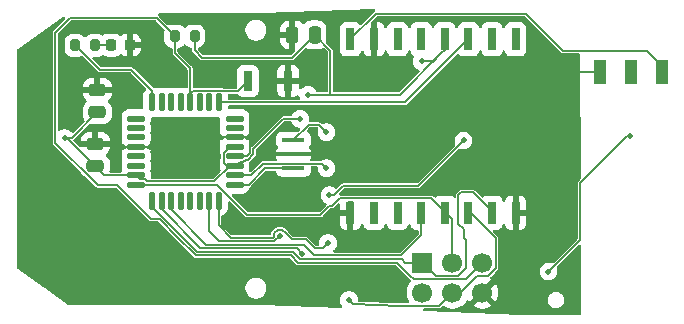
<source format=gbr>
G04 #@! TF.GenerationSoftware,KiCad,Pcbnew,9.0.3*
G04 #@! TF.CreationDate,2025-08-17T17:29:30-04:00*
G04 #@! TF.ProjectId,remote,72656d6f-7465-42e6-9b69-6361645f7063,rev?*
G04 #@! TF.SameCoordinates,Original*
G04 #@! TF.FileFunction,Copper,L2,Bot*
G04 #@! TF.FilePolarity,Positive*
%FSLAX46Y46*%
G04 Gerber Fmt 4.6, Leading zero omitted, Abs format (unit mm)*
G04 Created by KiCad (PCBNEW 9.0.3) date 2025-08-17 17:29:30*
%MOMM*%
%LPD*%
G01*
G04 APERTURE LIST*
G04 Aperture macros list*
%AMRoundRect*
0 Rectangle with rounded corners*
0 $1 Rounding radius*
0 $2 $3 $4 $5 $6 $7 $8 $9 X,Y pos of 4 corners*
0 Add a 4 corners polygon primitive as box body*
4,1,4,$2,$3,$4,$5,$6,$7,$8,$9,$2,$3,0*
0 Add four circle primitives for the rounded corners*
1,1,$1+$1,$2,$3*
1,1,$1+$1,$4,$5*
1,1,$1+$1,$6,$7*
1,1,$1+$1,$8,$9*
0 Add four rect primitives between the rounded corners*
20,1,$1+$1,$2,$3,$4,$5,0*
20,1,$1+$1,$4,$5,$6,$7,0*
20,1,$1+$1,$6,$7,$8,$9,0*
20,1,$1+$1,$8,$9,$2,$3,0*%
G04 Aperture macros list end*
G04 #@! TA.AperFunction,SMDPad,CuDef*
%ADD10RoundRect,0.218750X0.218750X0.256250X-0.218750X0.256250X-0.218750X-0.256250X0.218750X-0.256250X0*%
G04 #@! TD*
G04 #@! TA.AperFunction,SMDPad,CuDef*
%ADD11RoundRect,0.200000X0.200000X0.275000X-0.200000X0.275000X-0.200000X-0.275000X0.200000X-0.275000X0*%
G04 #@! TD*
G04 #@! TA.AperFunction,SMDPad,CuDef*
%ADD12RoundRect,0.250000X0.475000X-0.250000X0.475000X0.250000X-0.475000X0.250000X-0.475000X-0.250000X0*%
G04 #@! TD*
G04 #@! TA.AperFunction,ComponentPad*
%ADD13R,1.700000X1.700000*%
G04 #@! TD*
G04 #@! TA.AperFunction,ComponentPad*
%ADD14C,1.700000*%
G04 #@! TD*
G04 #@! TA.AperFunction,SMDPad,CuDef*
%ADD15RoundRect,0.137500X0.600000X0.137500X-0.600000X0.137500X-0.600000X-0.137500X0.600000X-0.137500X0*%
G04 #@! TD*
G04 #@! TA.AperFunction,SMDPad,CuDef*
%ADD16RoundRect,0.137500X0.137500X0.600000X-0.137500X0.600000X-0.137500X-0.600000X0.137500X-0.600000X0*%
G04 #@! TD*
G04 #@! TA.AperFunction,SMDPad,CuDef*
%ADD17RoundRect,0.250000X0.250000X0.475000X-0.250000X0.475000X-0.250000X-0.475000X0.250000X-0.475000X0*%
G04 #@! TD*
G04 #@! TA.AperFunction,SMDPad,CuDef*
%ADD18R,0.762000X1.905000*%
G04 #@! TD*
G04 #@! TA.AperFunction,SMDPad,CuDef*
%ADD19R,0.800000X1.700000*%
G04 #@! TD*
G04 #@! TA.AperFunction,SMDPad,CuDef*
%ADD20R,0.990600X2.006600*%
G04 #@! TD*
G04 #@! TA.AperFunction,SMDPad,CuDef*
%ADD21R,1.900000X0.400000*%
G04 #@! TD*
G04 #@! TA.AperFunction,ViaPad*
%ADD22C,0.505460*%
G04 #@! TD*
G04 #@! TA.AperFunction,Conductor*
%ADD23C,0.152400*%
G04 #@! TD*
G04 APERTURE END LIST*
D10*
G04 #@! TO.P,D1,2,A*
G04 #@! TO.N,Net-(D1-A)*
X197004388Y-52222400D03*
G04 #@! TO.P,D1,1,K*
G04 #@! TO.N,GND*
X198579388Y-52222400D03*
G04 #@! TD*
D11*
G04 #@! TO.P,R2,2*
G04 #@! TO.N,/PC2*
X193944288Y-52247800D03*
G04 #@! TO.P,R2,1*
G04 #@! TO.N,Net-(D1-A)*
X195594288Y-52247800D03*
G04 #@! TD*
G04 #@! TO.P,R1,1*
G04 #@! TO.N,+3.3V*
X204042288Y-51460400D03*
G04 #@! TO.P,R1,2*
G04 #@! TO.N,/RESET*
X202392288Y-51460400D03*
G04 #@! TD*
D12*
G04 #@! TO.P,C1,1*
G04 #@! TO.N,+3.3V*
X195810688Y-57922200D03*
G04 #@! TO.P,C1,2*
G04 #@! TO.N,GND*
X195810688Y-56022200D03*
G04 #@! TD*
D13*
G04 #@! TO.P,ISP1,1,MISO*
G04 #@! TO.N,/MISO*
X223344288Y-70637400D03*
D14*
G04 #@! TO.P,ISP1,2,VCC*
G04 #@! TO.N,unconnected-(ISP1-VCC-Pad2)*
X223344288Y-73177400D03*
G04 #@! TO.P,ISP1,3,SCK*
G04 #@! TO.N,/SCK*
X225884288Y-70637400D03*
G04 #@! TO.P,ISP1,4,MOSI*
G04 #@! TO.N,/MOSI*
X225884288Y-73177400D03*
G04 #@! TO.P,ISP1,5,~{RST}*
G04 #@! TO.N,/RESET*
X228424288Y-70637400D03*
G04 #@! TO.P,ISP1,6,GND*
G04 #@! TO.N,GND*
X228424288Y-73177400D03*
G04 #@! TD*
D12*
G04 #@! TO.P,C4,1*
G04 #@! TO.N,+3.3V*
X195632888Y-62468800D03*
G04 #@! TO.P,C4,2*
G04 #@! TO.N,GND*
X195632888Y-60568800D03*
G04 #@! TD*
D15*
G04 #@! TO.P,CPU1,1,PD3*
G04 #@! TO.N,unconnected-(CPU1-PD3-Pad1)*
X207440788Y-58439400D03*
G04 #@! TO.P,CPU1,2,PD4*
G04 #@! TO.N,unconnected-(CPU1-PD4-Pad2)*
X207440788Y-59239400D03*
G04 #@! TO.P,CPU1,3,GND*
G04 #@! TO.N,GND*
X207440788Y-60039400D03*
G04 #@! TO.P,CPU1,4,VCC*
G04 #@! TO.N,+3.3V*
X207440788Y-60839400D03*
G04 #@! TO.P,CPU1,5,GND*
G04 #@! TO.N,GND*
X207440788Y-61639400D03*
G04 #@! TO.P,CPU1,6,VCC*
G04 #@! TO.N,+3.3V*
X207440788Y-62439400D03*
G04 #@! TO.P,CPU1,7,XTAL1/PB6*
G04 #@! TO.N,Net-(CPU1-XTAL1{slash}PB6)*
X207440788Y-63239400D03*
G04 #@! TO.P,CPU1,8,XTAL2/PB7*
G04 #@! TO.N,Net-(CPU1-XTAL2{slash}PB7)*
X207440788Y-64039400D03*
D16*
G04 #@! TO.P,CPU1,9,PD5*
G04 #@! TO.N,/PD5*
X206078288Y-65401900D03*
G04 #@! TO.P,CPU1,10,PD6*
G04 #@! TO.N,/PD6*
X205278288Y-65401900D03*
G04 #@! TO.P,CPU1,11,PD7*
G04 #@! TO.N,unconnected-(CPU1-PD7-Pad11)*
X204478288Y-65401900D03*
G04 #@! TO.P,CPU1,12,PB0*
G04 #@! TO.N,unconnected-(CPU1-PB0-Pad12)*
X203678288Y-65401900D03*
G04 #@! TO.P,CPU1,13,PB1*
G04 #@! TO.N,unconnected-(CPU1-PB1-Pad13)*
X202878288Y-65401900D03*
G04 #@! TO.P,CPU1,14,PB2*
G04 #@! TO.N,/NSS*
X202078288Y-65401900D03*
G04 #@! TO.P,CPU1,15,PB3*
G04 #@! TO.N,/MOSI*
X201278288Y-65401900D03*
G04 #@! TO.P,CPU1,16,PB4*
G04 #@! TO.N,/MISO*
X200478288Y-65401900D03*
D15*
G04 #@! TO.P,CPU1,17,PB5*
G04 #@! TO.N,/SCK*
X199115788Y-64039400D03*
G04 #@! TO.P,CPU1,18,AVCC*
G04 #@! TO.N,+3.3V*
X199115788Y-63239400D03*
G04 #@! TO.P,CPU1,19,ADC6*
G04 #@! TO.N,unconnected-(CPU1-ADC6-Pad19)*
X199115788Y-62439400D03*
G04 #@! TO.P,CPU1,20,AREF*
G04 #@! TO.N,unconnected-(CPU1-AREF-Pad20)*
X199115788Y-61639400D03*
G04 #@! TO.P,CPU1,21,GND*
G04 #@! TO.N,GND*
X199115788Y-60839400D03*
G04 #@! TO.P,CPU1,22,ADC7*
G04 #@! TO.N,unconnected-(CPU1-ADC7-Pad22)*
X199115788Y-60039400D03*
G04 #@! TO.P,CPU1,23,PC0*
G04 #@! TO.N,unconnected-(CPU1-PC0-Pad23)*
X199115788Y-59239400D03*
G04 #@! TO.P,CPU1,24,PC1*
G04 #@! TO.N,unconnected-(CPU1-PC1-Pad24)*
X199115788Y-58439400D03*
D16*
G04 #@! TO.P,CPU1,25,PC2*
G04 #@! TO.N,/PC2*
X200478288Y-57076900D03*
G04 #@! TO.P,CPU1,26,PC3*
G04 #@! TO.N,unconnected-(CPU1-PC3-Pad26)*
X201278288Y-57076900D03*
G04 #@! TO.P,CPU1,27,PC4*
G04 #@! TO.N,unconnected-(CPU1-PC4-Pad27)*
X202078288Y-57076900D03*
G04 #@! TO.P,CPU1,28,PC5*
G04 #@! TO.N,unconnected-(CPU1-PC5-Pad28)*
X202878288Y-57076900D03*
G04 #@! TO.P,CPU1,29,~{RESET}/PC6*
G04 #@! TO.N,/RESET*
X203678288Y-57076900D03*
G04 #@! TO.P,CPU1,30,PD0*
G04 #@! TO.N,unconnected-(CPU1-PD0-Pad30)*
X204478288Y-57076900D03*
G04 #@! TO.P,CPU1,31,PD1*
G04 #@! TO.N,unconnected-(CPU1-PD1-Pad31)*
X205278288Y-57076900D03*
G04 #@! TO.P,CPU1,32,PD2*
G04 #@! TO.N,/PD2*
X206078288Y-57076900D03*
G04 #@! TD*
D17*
G04 #@! TO.P,C3,1*
G04 #@! TO.N,+3.3V*
X214210488Y-51358800D03*
G04 #@! TO.P,C3,2*
G04 #@! TO.N,GND*
X212310488Y-51358800D03*
G04 #@! TD*
D18*
G04 #@! TO.P,RADIO1,1,GND*
G04 #@! TO.N,GND*
X231233287Y-66433700D03*
G04 #@! TO.P,RADIO1,2,MISO*
G04 #@! TO.N,/MISO*
X229233288Y-66433700D03*
G04 #@! TO.P,RADIO1,3,MOSI*
G04 #@! TO.N,/MOSI*
X227233287Y-66433700D03*
G04 #@! TO.P,RADIO1,4,SCK*
G04 #@! TO.N,/SCK*
X225233289Y-66433700D03*
G04 #@! TO.P,RADIO1,5,NSS*
G04 #@! TO.N,/NSS*
X223233287Y-66433700D03*
G04 #@! TO.P,RADIO1,6,RESET*
G04 #@! TO.N,unconnected-(RADIO1-RESET-Pad6)*
X221233289Y-66433700D03*
G04 #@! TO.P,RADIO1,7,DIO5*
G04 #@! TO.N,unconnected-(RADIO1-DIO5-Pad7)*
X219233288Y-66433700D03*
G04 #@! TO.P,RADIO1,8,GND*
G04 #@! TO.N,GND*
X217233287Y-66433700D03*
G04 #@! TO.P,RADIO1,9,ANT*
G04 #@! TO.N,/ANT*
X217233289Y-51727100D03*
G04 #@! TO.P,RADIO1,10,GND*
G04 #@! TO.N,GND*
X219233288Y-51727100D03*
G04 #@! TO.P,RADIO1,11,DIO3*
G04 #@! TO.N,unconnected-(RADIO1-DIO3-Pad11)*
X221233289Y-51727100D03*
G04 #@! TO.P,RADIO1,12,DIO4*
G04 #@! TO.N,unconnected-(RADIO1-DIO4-Pad12)*
X223233287Y-51727100D03*
G04 #@! TO.P,RADIO1,13,3.3V*
G04 #@! TO.N,+3.3V*
X225233289Y-51727100D03*
G04 #@! TO.P,RADIO1,14,DIO0*
G04 #@! TO.N,/PD2*
X227233287Y-51727100D03*
G04 #@! TO.P,RADIO1,15,DIO1*
G04 #@! TO.N,unconnected-(RADIO1-DIO1-Pad15)*
X229233288Y-51727100D03*
G04 #@! TO.P,RADIO1,16,DIO02*
G04 #@! TO.N,unconnected-(RADIO1-DIO02-Pad16)*
X231233289Y-51727100D03*
G04 #@! TD*
D19*
G04 #@! TO.P,B3,1*
G04 #@! TO.N,/RESET*
X208563288Y-55270400D03*
G04 #@! TO.P,B3,2*
G04 #@! TO.N,GND*
X211963288Y-55270400D03*
G04 #@! TD*
D20*
G04 #@! TO.P,ANT1,1,FEED*
G04 #@! TO.N,/ANT*
X243600788Y-54508400D03*
G04 #@! TO.P,ANT1,2,DUMMY*
G04 #@! TO.N,unconnected-(ANT1-DUMMY-Pad2)*
X240997288Y-54508400D03*
G04 #@! TO.P,ANT1,3,GROUND*
G04 #@! TO.N,GND*
X238393788Y-54508400D03*
G04 #@! TD*
D21*
G04 #@! TO.P,Y1,1*
G04 #@! TO.N,Net-(CPU1-XTAL1{slash}PB6)*
X212422288Y-60253400D03*
G04 #@! TO.P,Y1,2*
G04 #@! TO.N,GND*
X212422288Y-61453400D03*
G04 #@! TO.P,Y1,3*
G04 #@! TO.N,Net-(CPU1-XTAL2{slash}PB7)*
X212422288Y-62653400D03*
G04 #@! TD*
D22*
G04 #@! TO.N,+3.3V*
X223268088Y-53594000D03*
G04 #@! TO.N,GND*
X213463688Y-72491600D03*
X216765688Y-63144400D03*
X190451288Y-67335400D03*
X217248288Y-68478400D03*
X190451288Y-60350400D03*
X219153288Y-53365400D03*
X190451288Y-59588400D03*
X235714088Y-70713600D03*
X190451288Y-67970400D03*
X218035688Y-72491600D03*
X203100488Y-52933600D03*
X226062088Y-54000400D03*
X214987688Y-72542400D03*
X209628288Y-57683400D03*
X205894488Y-51460400D03*
X207621688Y-51409600D03*
X235053688Y-69596000D03*
X219102488Y-54305200D03*
X192940488Y-53594000D03*
X212600088Y-72491600D03*
X196598088Y-50800000D03*
X193499288Y-69545200D03*
X192635688Y-68834000D03*
X201779688Y-53340000D03*
X192737288Y-58445400D03*
X231599288Y-74117200D03*
X211685688Y-59131200D03*
X221439288Y-72542400D03*
X204878488Y-54000400D03*
X233758288Y-53492400D03*
X227535288Y-53949600D03*
X192940488Y-55422800D03*
X200966888Y-50800000D03*
X202744888Y-54254400D03*
X213946288Y-54635400D03*
X207062888Y-54000400D03*
X220118488Y-72491600D03*
X198934888Y-50749200D03*
X231091288Y-70002400D03*
X194261288Y-70358000D03*
G04 #@! TO.N,+3.3V*
X212993288Y-58470800D03*
X193042088Y-60096400D03*
X213666888Y-56413400D03*
G04 #@! TO.N,/MOSI*
X213184288Y-69875400D03*
X217121288Y-73812400D03*
G04 #@! TO.N,Net-(CPU1-XTAL1{slash}PB6)*
X215216288Y-62636400D03*
X215216288Y-59588400D03*
G04 #@! TO.N,/PD5*
X234012288Y-71399400D03*
X240895688Y-59944000D03*
X215343288Y-68986400D03*
G04 #@! TO.N,/PD6*
X226824088Y-60299600D03*
X211279288Y-68351400D03*
X215470288Y-64922400D03*
G04 #@! TD*
D23*
G04 #@! TO.N,/PC2*
X196001688Y-54305200D02*
X198706288Y-54305200D01*
X193944288Y-52247800D02*
X196001688Y-54305200D01*
X198706288Y-54305200D02*
X200478288Y-56077200D01*
X200478288Y-56077200D02*
X200478288Y-57076900D01*
G04 #@! TO.N,Net-(D1-A)*
X197004388Y-52222400D02*
X195619688Y-52222400D01*
X195619688Y-52222400D02*
X195594288Y-52247800D01*
G04 #@! TO.N,+3.3V*
X204703112Y-53289200D02*
X204042288Y-52628376D01*
X204042288Y-52628376D02*
X204042288Y-51460400D01*
G04 #@! TO.N,/RESET*
X202392288Y-51460400D02*
X200839088Y-49907200D01*
X200839088Y-49907200D02*
X193516657Y-49907200D01*
X202392288Y-51460400D02*
X202392288Y-51412600D01*
X203678288Y-57076900D02*
X203678288Y-54193518D01*
X203678288Y-54193518D02*
X202392288Y-52907518D01*
X202392288Y-52907518D02*
X202392288Y-51460400D01*
G04 #@! TO.N,+3.3V*
X224157088Y-53594000D02*
X224207888Y-53644800D01*
X223268088Y-53594000D02*
X224157088Y-53594000D01*
G04 #@! TO.N,/RESET*
X228424288Y-70637400D02*
X227011488Y-72050200D01*
X227011488Y-72050200D02*
X222598088Y-72050200D01*
X222598088Y-72050200D02*
X222312488Y-71764600D01*
X202592488Y-68443146D02*
X201086115Y-66936773D01*
X222217088Y-71704454D02*
X222217088Y-71669200D01*
X222312488Y-71764600D02*
X222277234Y-71764600D01*
X222217088Y-71669200D02*
X221184748Y-70636860D01*
X221184748Y-70636860D02*
X221149494Y-70636860D01*
X221149494Y-70636860D02*
X221149033Y-70636400D01*
X221149033Y-70636400D02*
X212802288Y-70636400D01*
X202592488Y-68478400D02*
X202592488Y-68443146D01*
X192254958Y-51168899D02*
X193516657Y-49907200D01*
X212802288Y-70636400D02*
X212194688Y-70028800D01*
X222277234Y-71764600D02*
X222217088Y-71704454D01*
X212194688Y-70028800D02*
X204142888Y-70028800D01*
X201086115Y-66936773D02*
X200365061Y-66936773D01*
X204142888Y-70028800D02*
X202592488Y-68478400D01*
X197512488Y-64084200D02*
X195861488Y-64084200D01*
X195861488Y-64084200D02*
X192254958Y-60477670D01*
X200365061Y-66936773D02*
X197512488Y-64084200D01*
X192254958Y-60477670D02*
X192254958Y-51168899D01*
G04 #@! TO.N,+3.3V*
X195810688Y-57922200D02*
X193636488Y-60096400D01*
X193636488Y-60096400D02*
X193042088Y-60096400D01*
X195632888Y-62468800D02*
X193260488Y-60096400D01*
X193260488Y-60096400D02*
X193042088Y-60096400D01*
X199115788Y-63239400D02*
X196403488Y-63239400D01*
X196403488Y-63239400D02*
X195632888Y-62468800D01*
G04 #@! TO.N,GND*
X199115788Y-60839400D02*
X200376288Y-60839400D01*
X208739288Y-60223400D02*
X208739288Y-61366400D01*
X207016240Y-60039400D02*
X207440788Y-60039400D01*
X238393788Y-54508400D02*
X236120488Y-54508400D01*
X207440788Y-60039400D02*
X208555288Y-60039400D01*
X197696688Y-60839400D02*
X199115788Y-60839400D01*
X207440788Y-60039400D02*
X206053088Y-60039400D01*
X208466288Y-61639400D02*
X207440788Y-61639400D01*
X208555288Y-60039400D02*
X208739288Y-60223400D01*
X208739288Y-61366400D02*
X208466288Y-61639400D01*
X206053088Y-60039400D02*
X206046888Y-60045600D01*
G04 #@! TO.N,+3.3V*
X207016240Y-60839400D02*
X207440788Y-60839400D01*
X208186136Y-62118600D02*
X207885488Y-62118600D01*
X209019688Y-61482546D02*
X208582433Y-61919800D01*
X208382488Y-61919800D02*
X208382488Y-61922248D01*
X212993288Y-58470800D02*
X211533288Y-58470800D01*
X207440788Y-62439400D02*
X206764288Y-62439400D01*
X205701640Y-63754000D02*
X207016240Y-62439400D01*
X213666888Y-56413400D02*
X215546488Y-56413400D01*
X208582433Y-61919800D02*
X208382488Y-61919800D01*
X214210488Y-51358800D02*
X212280088Y-53289200D01*
X212280088Y-53289200D02*
X204703112Y-53289200D01*
X208382488Y-61922248D02*
X208186136Y-62118600D01*
X215546488Y-56413400D02*
X221439288Y-56413400D01*
X221439288Y-56413400D02*
X224931788Y-52920900D01*
X214210488Y-51358800D02*
X215546488Y-52694800D01*
X224207888Y-53644800D02*
X224931788Y-52920900D01*
X209019688Y-60984400D02*
X209019688Y-61482546D01*
X215546488Y-54508400D02*
X215546488Y-56413400D01*
X215546488Y-52694800D02*
X215546488Y-54508400D01*
X206499088Y-62174200D02*
X206499088Y-61356552D01*
X207885488Y-62118600D02*
X207564688Y-62439400D01*
X207016240Y-62439400D02*
X207440788Y-62439400D01*
X199861136Y-63560200D02*
X200054936Y-63754000D01*
X193042088Y-59944000D02*
X193042088Y-60096400D01*
X199115788Y-63239400D02*
X199436588Y-63560200D01*
X207564688Y-62439400D02*
X207440788Y-62439400D01*
X211533288Y-58470800D02*
X209019688Y-60984400D01*
X199436588Y-63560200D02*
X199861136Y-63560200D01*
X206499088Y-61356552D02*
X207016240Y-60839400D01*
X206764288Y-62439400D02*
X206499088Y-62174200D01*
X225249288Y-52603400D02*
X225249288Y-51587400D01*
X224931788Y-52920900D02*
X225249288Y-52603400D01*
X200054936Y-63754000D02*
X205701640Y-63754000D01*
G04 #@! TO.N,/RESET*
X203883689Y-56134000D02*
X203678288Y-56339401D01*
X203678288Y-56339401D02*
X203678288Y-57076900D01*
X207699688Y-56134000D02*
X203883689Y-56134000D01*
X208563288Y-55270400D02*
X207699688Y-56134000D01*
G04 #@! TO.N,/SCK*
X225884288Y-70637400D02*
X225884288Y-66929000D01*
X224092588Y-65137300D02*
X224032288Y-65197600D01*
X216419588Y-65197600D02*
X216359288Y-65137300D01*
X215685188Y-65811400D02*
X215470288Y-65811400D01*
X208474336Y-66573400D02*
X205940336Y-64039400D01*
X216359288Y-65137300D02*
X215685188Y-65811400D01*
X215470288Y-65811400D02*
X214708288Y-66573400D01*
X214708288Y-66573400D02*
X208474336Y-66573400D01*
X225884288Y-66929000D02*
X224092588Y-65137300D01*
X224032288Y-65197600D02*
X216419588Y-65197600D01*
X205940336Y-64039400D02*
X199115788Y-64039400D01*
G04 #@! TO.N,/NSS*
X223249286Y-68319402D02*
X221566288Y-70002400D01*
X221566288Y-70002400D02*
X214200288Y-70002400D01*
X223249286Y-66294000D02*
X223249286Y-68319402D01*
X202078288Y-66139399D02*
X202078288Y-65401900D01*
X205052289Y-69113400D02*
X202078288Y-66139399D01*
X213311288Y-69113400D02*
X205052289Y-69113400D01*
X214200288Y-70002400D02*
X213311288Y-69113400D01*
G04 #@! TO.N,/MOSI*
X226544586Y-73177400D02*
X227957386Y-71764600D01*
X225884288Y-73177400D02*
X224757088Y-74304600D01*
X224757088Y-74304600D02*
X221430360Y-74304600D01*
X228891190Y-71764600D02*
X229551488Y-71104302D01*
X225884288Y-73177400D02*
X226544586Y-73177400D01*
X217455766Y-74146878D02*
X217121288Y-73812400D01*
X221430360Y-74304600D02*
X217455766Y-74146878D01*
X204532689Y-69393800D02*
X201278288Y-66139399D01*
X201278288Y-66139399D02*
X201278288Y-65401900D01*
X212702688Y-69393800D02*
X204532689Y-69393800D01*
X229551488Y-71104302D02*
X229551488Y-68596202D01*
X227957386Y-71764600D02*
X228891190Y-71764600D01*
X229551488Y-68596202D02*
X227249286Y-66294000D01*
X213184288Y-69875400D02*
X212702688Y-69393800D01*
G04 #@! TO.N,/MISO*
X221874168Y-70637400D02*
X221593228Y-70356460D01*
X223344288Y-70637400D02*
X221874168Y-70637400D01*
X227027288Y-71088502D02*
X227027288Y-68732400D01*
X226871589Y-68576701D02*
X227027288Y-68732400D01*
X226646288Y-64668400D02*
X227623687Y-64668400D01*
X226392288Y-64922400D02*
X226646288Y-64668400D01*
X226351190Y-71764600D02*
X227027288Y-71088502D01*
X212985026Y-70356460D02*
X212376966Y-69748400D01*
X224471488Y-71764600D02*
X226351190Y-71764600D01*
X226392288Y-67334601D02*
X226392288Y-64922400D01*
X212376966Y-69748400D02*
X204294288Y-69748400D01*
X223344288Y-70637400D02*
X224471488Y-71764600D01*
X227623687Y-64668400D02*
X229249287Y-66294000D01*
X200478288Y-65932400D02*
X200478288Y-65401900D01*
X226871589Y-67813902D02*
X226871589Y-68576701D01*
X226871589Y-67813902D02*
X226392288Y-67334601D01*
X221593228Y-70356460D02*
X212985026Y-70356460D01*
X204294288Y-69748400D02*
X200478288Y-65932400D01*
G04 #@! TO.N,/PD2*
X227233287Y-51727100D02*
X221883487Y-57076900D01*
X221883487Y-57076900D02*
X206078288Y-57076900D01*
G04 #@! TO.N,Net-(CPU1-XTAL2{slash}PB7)*
X207440788Y-64039400D02*
X208618288Y-64039400D01*
X210004288Y-62653400D02*
X212422288Y-62653400D01*
X208618288Y-64039400D02*
X210004288Y-62653400D01*
G04 #@! TO.N,Net-(CPU1-XTAL1{slash}PB6)*
X209856488Y-62249200D02*
X214829088Y-62249200D01*
X207440788Y-63239400D02*
X208866288Y-63239400D01*
X215216288Y-59588400D02*
X214581288Y-58953400D01*
X213722288Y-58953400D02*
X212422288Y-60253400D01*
X214829088Y-62249200D02*
X215216288Y-62636400D01*
X208866288Y-63239400D02*
X209856488Y-62249200D01*
X214581288Y-58953400D02*
X213722288Y-58953400D01*
G04 #@! TO.N,/ANT*
X242338366Y-52730400D02*
X243600788Y-53992822D01*
X217233289Y-51727100D02*
X219404989Y-49555400D01*
X217375288Y-51079400D02*
X217233289Y-51221399D01*
X219404989Y-49555400D02*
X232107288Y-49555400D01*
X235282288Y-52730400D02*
X242338366Y-52730400D01*
X243600788Y-53992822D02*
X243600788Y-54508400D01*
X232107288Y-49555400D02*
X235282288Y-52730400D01*
X217233289Y-51221399D02*
X217233289Y-51727100D01*
G04 #@! TO.N,/PD5*
X240895688Y-59944000D02*
X240641688Y-59944000D01*
X240641688Y-59944000D02*
X236679288Y-63906400D01*
X210796958Y-68151612D02*
X210796958Y-68437184D01*
X211479076Y-67869070D02*
X211079500Y-67869070D01*
X211765300Y-68151612D02*
X212295288Y-68681600D01*
X211079500Y-67869070D02*
X210796958Y-68151612D01*
X211761618Y-68151612D02*
X211479076Y-67869070D01*
X210796958Y-68437184D02*
X210704942Y-68529200D01*
X215343288Y-68986400D02*
X214886088Y-69443600D01*
X213006488Y-68681600D02*
X212295288Y-68681600D01*
X213463688Y-68681600D02*
X213006488Y-68681600D01*
X213449402Y-68681600D02*
X213006488Y-68681600D01*
X236679288Y-63906400D02*
X236679288Y-68732400D01*
X214225688Y-69443600D02*
X213463688Y-68681600D01*
X211761618Y-68151612D02*
X211765300Y-68151612D01*
X236679288Y-68732400D02*
X234012288Y-71399400D01*
X207113688Y-68529200D02*
X206078288Y-67493800D01*
X214886088Y-69443600D02*
X214225688Y-69443600D01*
X206078288Y-67493800D02*
X206078288Y-65401900D01*
X210704942Y-68529200D02*
X207113688Y-68529200D01*
G04 #@! TO.N,/PD6*
X206140888Y-68833000D02*
X205278288Y-67970400D01*
X223003288Y-64120400D02*
X226824088Y-60299600D01*
X215851288Y-64922400D02*
X216653288Y-64120400D01*
X205278288Y-67970400D02*
X205278288Y-65401900D01*
X216653288Y-64120400D02*
X223003288Y-64120400D01*
X211279288Y-68351400D02*
X210797688Y-68833000D01*
X215470288Y-64922400D02*
X215851288Y-64922400D01*
X210797688Y-68833000D02*
X206140888Y-68833000D01*
G04 #@! TO.N,unconnected-(ISP1-VCC-Pad2)*
X223293488Y-73177400D02*
X223344288Y-73177400D01*
G04 #@! TD*
G04 #@! TA.AperFunction,Conductor*
G04 #@! TO.N,GND*
G36*
X219284552Y-49172054D02*
G01*
X219332365Y-49223003D01*
X219345043Y-49291712D01*
X219318561Y-49356369D01*
X219290596Y-49382046D01*
X219289604Y-49382708D01*
X219271117Y-49401196D01*
X219232300Y-49440013D01*
X219232299Y-49440014D01*
X218194361Y-50477951D01*
X218133038Y-50511436D01*
X218063346Y-50506452D01*
X218007414Y-50464582D01*
X217971835Y-50417054D01*
X217924993Y-50381988D01*
X217856624Y-50330806D01*
X217856617Y-50330802D01*
X217721771Y-50280508D01*
X217721772Y-50280508D01*
X217662172Y-50274101D01*
X217662170Y-50274100D01*
X217662162Y-50274100D01*
X217662153Y-50274100D01*
X216804418Y-50274100D01*
X216804412Y-50274101D01*
X216744805Y-50280508D01*
X216609960Y-50330802D01*
X216609953Y-50330806D01*
X216494744Y-50417052D01*
X216494741Y-50417055D01*
X216408495Y-50532264D01*
X216408491Y-50532271D01*
X216358197Y-50667117D01*
X216351790Y-50726716D01*
X216351790Y-50726723D01*
X216351789Y-50726735D01*
X216351789Y-52727470D01*
X216351790Y-52727476D01*
X216358197Y-52787083D01*
X216408491Y-52921928D01*
X216408495Y-52921935D01*
X216494741Y-53037144D01*
X216494744Y-53037147D01*
X216609953Y-53123393D01*
X216609960Y-53123397D01*
X216744806Y-53173691D01*
X216744805Y-53173691D01*
X216751733Y-53174435D01*
X216804416Y-53180100D01*
X217662161Y-53180099D01*
X217721772Y-53173691D01*
X217856620Y-53123396D01*
X217971835Y-53037146D01*
X218058085Y-52921931D01*
X218108380Y-52787083D01*
X218110251Y-52769675D01*
X218136986Y-52705127D01*
X218194378Y-52665278D01*
X218264203Y-52662782D01*
X218324293Y-52698433D01*
X218355569Y-52760911D01*
X218356829Y-52769671D01*
X218358689Y-52786974D01*
X218358691Y-52786979D01*
X218408933Y-52921686D01*
X218408937Y-52921693D01*
X218495097Y-53036787D01*
X218495100Y-53036790D01*
X218610194Y-53122950D01*
X218610201Y-53122954D01*
X218744908Y-53173196D01*
X218744915Y-53173198D01*
X218804443Y-53179599D01*
X218804460Y-53179600D01*
X218983288Y-53179600D01*
X218983288Y-50316538D01*
X219002973Y-50249499D01*
X219019607Y-50228857D01*
X219453045Y-49795419D01*
X219514368Y-49761934D01*
X219540726Y-49759100D01*
X231971551Y-49759100D01*
X232038590Y-49778785D01*
X232059232Y-49795419D01*
X235102528Y-52838715D01*
X235102531Y-52838719D01*
X235166903Y-52903091D01*
X235224805Y-52927073D01*
X235241769Y-52934100D01*
X235241771Y-52934100D01*
X236584379Y-52934100D01*
X236651418Y-52953785D01*
X236697173Y-53006589D01*
X236708377Y-53057597D01*
X236708734Y-53145651D01*
X236750634Y-63495111D01*
X236742041Y-63524817D01*
X236735468Y-63555039D01*
X236731936Y-63559756D01*
X236731221Y-63562230D01*
X236714317Y-63583294D01*
X236665318Y-63632294D01*
X236563902Y-63733710D01*
X236563901Y-63733710D01*
X236563900Y-63733711D01*
X236506596Y-63791015D01*
X236475589Y-63865877D01*
X236475588Y-63865882D01*
X236475588Y-68596662D01*
X236455903Y-68663701D01*
X236439269Y-68684343D01*
X234443671Y-70679940D01*
X234382348Y-70713425D01*
X234312656Y-70708441D01*
X234308537Y-70706820D01*
X234231997Y-70675116D01*
X234231989Y-70675114D01*
X234086479Y-70646170D01*
X234086475Y-70646170D01*
X233938101Y-70646170D01*
X233938096Y-70646170D01*
X233792586Y-70675114D01*
X233792578Y-70675116D01*
X233655502Y-70731894D01*
X233655493Y-70731899D01*
X233532132Y-70814327D01*
X233532128Y-70814330D01*
X233427218Y-70919240D01*
X233427215Y-70919244D01*
X233344787Y-71042605D01*
X233344782Y-71042614D01*
X233288004Y-71179690D01*
X233288002Y-71179698D01*
X233259058Y-71325208D01*
X233259058Y-71473591D01*
X233288002Y-71619101D01*
X233288004Y-71619109D01*
X233344782Y-71756185D01*
X233344787Y-71756194D01*
X233427215Y-71879555D01*
X233427218Y-71879559D01*
X233532130Y-71984471D01*
X233655493Y-72066900D01*
X233655502Y-72066905D01*
X233686555Y-72079767D01*
X233792579Y-72123684D01*
X233923019Y-72149630D01*
X233938096Y-72152629D01*
X233938100Y-72152630D01*
X233938101Y-72152630D01*
X234086476Y-72152630D01*
X234086477Y-72152629D01*
X234231997Y-72123684D01*
X234369076Y-72066904D01*
X234369082Y-72066900D01*
X234492446Y-71984471D01*
X234492447Y-71984469D01*
X234597357Y-71879559D01*
X234597360Y-71879556D01*
X234679792Y-71756188D01*
X234736572Y-71619109D01*
X234765518Y-71473587D01*
X234765518Y-71325213D01*
X234736572Y-71179691D01*
X234736570Y-71179686D01*
X234704867Y-71103147D01*
X234697398Y-71033678D01*
X234728673Y-70971199D01*
X234731719Y-70968042D01*
X236562154Y-69137607D01*
X236623475Y-69104124D01*
X236693167Y-69109108D01*
X236749100Y-69150980D01*
X236773517Y-69216444D01*
X236773832Y-69224788D01*
X236797144Y-74982798D01*
X236777731Y-75049917D01*
X236725113Y-75095885D01*
X236673145Y-75107300D01*
X232160535Y-75107300D01*
X232155618Y-75107202D01*
X231870430Y-75095885D01*
X231666208Y-75087780D01*
X223525324Y-74764729D01*
X223503348Y-74757318D01*
X223480345Y-74754345D01*
X223470862Y-74746362D01*
X223459118Y-74742402D01*
X223444636Y-74724284D01*
X223426893Y-74709348D01*
X223423231Y-74697506D01*
X223415493Y-74687825D01*
X223413104Y-74664754D01*
X223406254Y-74642597D01*
X223409575Y-74630657D01*
X223408299Y-74618327D01*
X223418763Y-74597627D01*
X223424979Y-74575283D01*
X223434230Y-74567032D01*
X223439822Y-74555972D01*
X223459814Y-74544216D01*
X223477125Y-74528779D01*
X223495989Y-74522945D01*
X223500051Y-74520558D01*
X223510815Y-74518358D01*
X223564694Y-74509825D01*
X223584081Y-74508300D01*
X224797605Y-74508300D01*
X224797607Y-74508300D01*
X224841288Y-74490207D01*
X224872472Y-74477291D01*
X224872473Y-74477289D01*
X224872475Y-74477289D01*
X224929777Y-74419987D01*
X224929777Y-74419986D01*
X224947210Y-74402553D01*
X224947214Y-74402547D01*
X225009402Y-74340359D01*
X225070723Y-74306876D01*
X225140415Y-74311860D01*
X225169971Y-74327728D01*
X225176467Y-74332448D01*
X225176469Y-74332449D01*
X225176472Y-74332451D01*
X225365876Y-74428957D01*
X225568045Y-74494646D01*
X225778001Y-74527900D01*
X225778002Y-74527900D01*
X225990574Y-74527900D01*
X225990575Y-74527900D01*
X226200531Y-74494646D01*
X226402700Y-74428957D01*
X226592104Y-74332451D01*
X226650200Y-74290242D01*
X226764074Y-74207509D01*
X226764076Y-74207506D01*
X226764080Y-74207504D01*
X226914392Y-74057192D01*
X226914394Y-74057188D01*
X226914397Y-74057186D01*
X227000178Y-73939117D01*
X227039339Y-73885216D01*
X227044081Y-73875908D01*
X227092051Y-73825111D01*
X227159871Y-73808311D01*
X227226007Y-73830845D01*
X227265051Y-73875900D01*
X227269661Y-73884947D01*
X227309016Y-73939116D01*
X227941325Y-73306808D01*
X227958363Y-73370393D01*
X228024189Y-73484407D01*
X228117281Y-73577499D01*
X228231295Y-73643325D01*
X228294878Y-73660362D01*
X227662570Y-74292669D01*
X227662570Y-74292670D01*
X227716737Y-74332024D01*
X227906070Y-74428495D01*
X228108158Y-74494157D01*
X228318042Y-74527400D01*
X228530534Y-74527400D01*
X228740415Y-74494157D01*
X228740418Y-74494157D01*
X228942505Y-74428495D01*
X229131842Y-74332022D01*
X229186004Y-74292670D01*
X229186005Y-74292670D01*
X228553696Y-73660362D01*
X228617281Y-73643325D01*
X228731295Y-73577499D01*
X228824387Y-73484407D01*
X228890213Y-73370393D01*
X228907250Y-73306808D01*
X229539558Y-73939117D01*
X229539558Y-73939116D01*
X229578910Y-73884954D01*
X229650957Y-73743555D01*
X233948288Y-73743555D01*
X233948288Y-73743984D01*
X233948288Y-73881245D01*
X233950314Y-73891430D01*
X233951335Y-73896565D01*
X233951335Y-73896904D01*
X233951683Y-73898316D01*
X233952227Y-73901052D01*
X233975148Y-74016283D01*
X233975151Y-74016295D01*
X233985415Y-74041074D01*
X233985416Y-74041075D01*
X233989005Y-74049742D01*
X233991781Y-74061001D01*
X234000738Y-74078068D01*
X234002892Y-74083267D01*
X234002892Y-74083268D01*
X234027840Y-74143497D01*
X234027842Y-74143501D01*
X234057936Y-74188539D01*
X234057936Y-74188540D01*
X234061585Y-74194001D01*
X234070323Y-74210650D01*
X234080031Y-74221609D01*
X234084721Y-74228627D01*
X234104335Y-74257980D01*
X234104341Y-74257988D01*
X234173760Y-74327407D01*
X234182396Y-74337155D01*
X234185985Y-74339632D01*
X234201702Y-74355349D01*
X234316187Y-74431846D01*
X234316188Y-74431846D01*
X234316189Y-74431847D01*
X234316191Y-74431848D01*
X234433272Y-74480344D01*
X234443397Y-74484538D01*
X234443399Y-74484538D01*
X234443401Y-74484539D01*
X234448262Y-74485505D01*
X234471908Y-74490209D01*
X234479512Y-74493093D01*
X234497200Y-74495240D01*
X234578443Y-74511400D01*
X234630281Y-74511400D01*
X234647288Y-74513465D01*
X234664295Y-74511400D01*
X234716134Y-74511400D01*
X234724448Y-74509746D01*
X234797369Y-74495241D01*
X234815064Y-74493093D01*
X234822666Y-74490209D01*
X234851179Y-74484538D01*
X234978389Y-74431846D01*
X235092874Y-74355349D01*
X235108594Y-74339628D01*
X235112180Y-74337155D01*
X235120805Y-74327417D01*
X235190237Y-74257986D01*
X235214544Y-74221608D01*
X235224253Y-74210650D01*
X235232985Y-74194008D01*
X235266734Y-74143501D01*
X235293839Y-74078061D01*
X235302795Y-74061001D01*
X235305570Y-74049742D01*
X235319426Y-74016291D01*
X235342892Y-73898315D01*
X235343241Y-73896904D01*
X235343252Y-73896504D01*
X235346288Y-73881245D01*
X235346288Y-73743555D01*
X235343252Y-73728295D01*
X235343241Y-73727896D01*
X235342892Y-73726484D01*
X235319426Y-73608509D01*
X235305570Y-73575057D01*
X235302795Y-73563799D01*
X235293837Y-73546731D01*
X235266734Y-73481299D01*
X235266732Y-73481296D01*
X235266731Y-73481293D01*
X235236638Y-73436257D01*
X235236637Y-73436256D01*
X235232992Y-73430801D01*
X235224253Y-73414150D01*
X235214540Y-73403186D01*
X235209852Y-73396170D01*
X235190237Y-73366814D01*
X235120815Y-73297392D01*
X235112180Y-73287645D01*
X235108590Y-73285167D01*
X235100622Y-73277199D01*
X235092874Y-73269451D01*
X234978389Y-73192954D01*
X234978388Y-73192953D01*
X234978386Y-73192952D01*
X234978384Y-73192951D01*
X234851183Y-73140263D01*
X234851179Y-73140262D01*
X234832779Y-73136601D01*
X234832779Y-73136600D01*
X234822659Y-73134587D01*
X234815064Y-73131707D01*
X234797367Y-73129558D01*
X234794355Y-73128959D01*
X234792769Y-73128643D01*
X234792766Y-73128643D01*
X234745077Y-73119157D01*
X234716134Y-73113400D01*
X234716133Y-73113400D01*
X234664295Y-73113400D01*
X234647288Y-73111335D01*
X234630281Y-73113400D01*
X234578443Y-73113400D01*
X234556519Y-73117761D01*
X234501809Y-73128643D01*
X234501808Y-73128643D01*
X234497203Y-73129558D01*
X234479512Y-73131707D01*
X234471912Y-73134589D01*
X234461787Y-73136603D01*
X234461786Y-73136602D01*
X234443397Y-73140261D01*
X234443395Y-73140262D01*
X234316189Y-73192952D01*
X234201700Y-73269451D01*
X234201699Y-73269453D01*
X234193944Y-73277208D01*
X234193943Y-73277207D01*
X234185975Y-73285174D01*
X234182396Y-73287645D01*
X234173790Y-73297358D01*
X234171116Y-73300033D01*
X234171117Y-73300033D01*
X234104343Y-73366808D01*
X234104334Y-73366819D01*
X234084722Y-73396169D01*
X234084723Y-73396170D01*
X234080030Y-73403192D01*
X234070323Y-73414150D01*
X234061591Y-73430786D01*
X234057942Y-73436248D01*
X234027841Y-73481299D01*
X234002891Y-73541530D01*
X234002892Y-73541531D01*
X234000735Y-73546737D01*
X233991781Y-73563799D01*
X233989006Y-73575057D01*
X233987995Y-73577499D01*
X233976820Y-73604479D01*
X233975149Y-73608512D01*
X233975148Y-73608515D01*
X233952226Y-73723748D01*
X233951206Y-73728337D01*
X233950811Y-73730866D01*
X233948288Y-73743555D01*
X229650957Y-73743555D01*
X229675383Y-73695617D01*
X229741045Y-73493530D01*
X229741045Y-73493527D01*
X229774288Y-73283646D01*
X229774288Y-73071153D01*
X229741045Y-72861272D01*
X229741045Y-72861269D01*
X229675383Y-72659182D01*
X229578912Y-72469849D01*
X229539558Y-72415682D01*
X229539557Y-72415682D01*
X228907250Y-73047990D01*
X228890213Y-72984407D01*
X228824387Y-72870393D01*
X228731295Y-72777301D01*
X228617281Y-72711475D01*
X228553696Y-72694437D01*
X229186004Y-72062128D01*
X229127900Y-72019914D01*
X229129180Y-72018151D01*
X229119547Y-72007498D01*
X229100802Y-71993466D01*
X229096550Y-71982068D01*
X229088391Y-71973045D01*
X229084568Y-71949941D01*
X229076385Y-71928002D01*
X229078970Y-71916114D01*
X229076985Y-71904113D01*
X229086259Y-71882610D01*
X229091237Y-71859729D01*
X229102778Y-71844312D01*
X229104657Y-71839956D01*
X229112377Y-71831486D01*
X229195820Y-71748043D01*
X229210604Y-71735416D01*
X229304080Y-71667504D01*
X229454392Y-71517192D01*
X229522306Y-71423714D01*
X229534926Y-71408938D01*
X229724177Y-71219689D01*
X229755188Y-71144821D01*
X229755188Y-71063784D01*
X229755188Y-70877191D01*
X229756715Y-70857793D01*
X229763600Y-70814327D01*
X229774788Y-70743687D01*
X229774788Y-70531113D01*
X229756715Y-70417005D01*
X229755188Y-70397607D01*
X229755188Y-68555684D01*
X229755186Y-68555679D01*
X229753927Y-68552640D01*
X229743989Y-68528645D01*
X229724179Y-68480817D01*
X229341742Y-68098380D01*
X229308257Y-68037057D01*
X229313241Y-67967365D01*
X229355113Y-67911432D01*
X229420577Y-67887015D01*
X229429423Y-67886699D01*
X229662159Y-67886699D01*
X229662160Y-67886699D01*
X229721771Y-67880291D01*
X229856619Y-67829996D01*
X229971834Y-67743746D01*
X230058084Y-67628531D01*
X230108379Y-67493683D01*
X230110250Y-67476275D01*
X230136985Y-67411727D01*
X230194377Y-67371878D01*
X230264202Y-67369382D01*
X230324292Y-67405033D01*
X230355568Y-67467511D01*
X230356828Y-67476271D01*
X230358688Y-67493574D01*
X230358690Y-67493579D01*
X230408932Y-67628286D01*
X230408936Y-67628293D01*
X230495096Y-67743387D01*
X230495099Y-67743390D01*
X230610193Y-67829550D01*
X230610200Y-67829554D01*
X230744907Y-67879796D01*
X230744914Y-67879798D01*
X230804442Y-67886199D01*
X230804459Y-67886200D01*
X230983287Y-67886200D01*
X231483287Y-67886200D01*
X231662115Y-67886200D01*
X231662131Y-67886199D01*
X231721659Y-67879798D01*
X231721666Y-67879796D01*
X231856373Y-67829554D01*
X231856380Y-67829550D01*
X231971474Y-67743390D01*
X231971477Y-67743387D01*
X232057637Y-67628293D01*
X232057641Y-67628286D01*
X232107883Y-67493579D01*
X232107885Y-67493572D01*
X232114286Y-67434044D01*
X232114287Y-67434027D01*
X232114287Y-66683700D01*
X231483287Y-66683700D01*
X231483287Y-67886200D01*
X230983287Y-67886200D01*
X230983287Y-66183700D01*
X231483287Y-66183700D01*
X232114287Y-66183700D01*
X232114287Y-65433372D01*
X232114286Y-65433355D01*
X232107885Y-65373827D01*
X232107883Y-65373820D01*
X232057641Y-65239113D01*
X232057637Y-65239106D01*
X231971477Y-65124012D01*
X231971474Y-65124009D01*
X231856380Y-65037849D01*
X231856373Y-65037845D01*
X231721666Y-64987603D01*
X231721659Y-64987601D01*
X231662131Y-64981200D01*
X231483287Y-64981200D01*
X231483287Y-66183700D01*
X230983287Y-66183700D01*
X230983287Y-64981200D01*
X230804442Y-64981200D01*
X230744914Y-64987601D01*
X230744907Y-64987603D01*
X230610200Y-65037845D01*
X230610193Y-65037849D01*
X230495099Y-65124009D01*
X230495096Y-65124012D01*
X230408936Y-65239106D01*
X230408932Y-65239113D01*
X230358690Y-65373820D01*
X230358688Y-65373825D01*
X230356828Y-65391127D01*
X230330087Y-65455677D01*
X230272692Y-65495522D01*
X230202867Y-65498013D01*
X230142780Y-65462357D01*
X230111508Y-65399877D01*
X230110249Y-65391115D01*
X230108379Y-65373717D01*
X230058085Y-65238871D01*
X230058081Y-65238864D01*
X229971835Y-65123655D01*
X229971832Y-65123652D01*
X229856623Y-65037406D01*
X229856616Y-65037402D01*
X229721770Y-64987108D01*
X229721771Y-64987108D01*
X229662171Y-64980701D01*
X229662169Y-64980700D01*
X229662161Y-64980700D01*
X229662152Y-64980700D01*
X228804417Y-64980700D01*
X228804411Y-64980701D01*
X228744804Y-64987108D01*
X228609959Y-65037402D01*
X228609956Y-65037404D01*
X228507712Y-65113944D01*
X228442247Y-65138361D01*
X228373974Y-65123509D01*
X228345720Y-65102358D01*
X227813817Y-64570455D01*
X227813815Y-64570452D01*
X227739071Y-64495708D01*
X227664209Y-64464701D01*
X227664207Y-64464700D01*
X227664206Y-64464700D01*
X226686806Y-64464700D01*
X226605769Y-64464700D01*
X226605767Y-64464700D01*
X226605765Y-64464701D01*
X226530903Y-64495708D01*
X226219596Y-64807015D01*
X226188589Y-64881877D01*
X226188588Y-64881882D01*
X226188588Y-65041045D01*
X226168903Y-65108084D01*
X226116099Y-65153839D01*
X226046941Y-65163783D01*
X225983385Y-65134758D01*
X225976907Y-65128726D01*
X225971833Y-65123652D01*
X225856624Y-65037406D01*
X225856617Y-65037402D01*
X225721771Y-64987108D01*
X225721772Y-64987108D01*
X225662172Y-64980701D01*
X225662170Y-64980700D01*
X225662162Y-64980700D01*
X225662153Y-64980700D01*
X224804418Y-64980700D01*
X224804412Y-64980701D01*
X224744805Y-64987108D01*
X224609960Y-65037402D01*
X224609957Y-65037404D01*
X224507713Y-65113944D01*
X224442248Y-65138361D01*
X224373975Y-65123509D01*
X224345721Y-65102358D01*
X224207975Y-64964612D01*
X224207974Y-64964611D01*
X224133107Y-64933600D01*
X224052069Y-64933600D01*
X224052068Y-64933600D01*
X223977200Y-64964612D01*
X223967048Y-64971396D01*
X223964878Y-64968148D01*
X223957304Y-64972284D01*
X223931486Y-64988877D01*
X223925285Y-64989768D01*
X223922909Y-64991066D01*
X223896551Y-64993900D01*
X223762350Y-64993900D01*
X223729537Y-64987980D01*
X223729322Y-64988893D01*
X223721770Y-64987108D01*
X223662170Y-64980701D01*
X223662168Y-64980700D01*
X223662160Y-64980700D01*
X223662151Y-64980700D01*
X222804416Y-64980700D01*
X222804410Y-64980701D01*
X222744802Y-64987109D01*
X222737258Y-64988892D01*
X222737042Y-64987979D01*
X222704225Y-64993900D01*
X221762352Y-64993900D01*
X221729539Y-64987980D01*
X221729324Y-64988893D01*
X221721772Y-64987108D01*
X221662172Y-64980701D01*
X221662170Y-64980700D01*
X221662162Y-64980700D01*
X221662153Y-64980700D01*
X220804418Y-64980700D01*
X220804412Y-64980701D01*
X220744804Y-64987109D01*
X220737260Y-64988892D01*
X220737044Y-64987979D01*
X220704227Y-64993900D01*
X219762351Y-64993900D01*
X219729538Y-64987980D01*
X219729323Y-64988893D01*
X219721771Y-64987108D01*
X219662171Y-64980701D01*
X219662169Y-64980700D01*
X219662161Y-64980700D01*
X219662152Y-64980700D01*
X218804417Y-64980700D01*
X218804411Y-64980701D01*
X218744803Y-64987109D01*
X218737259Y-64988892D01*
X218737043Y-64987979D01*
X218704226Y-64993900D01*
X217760921Y-64993900D01*
X217729490Y-64988229D01*
X217729217Y-64989387D01*
X217721659Y-64987601D01*
X217662131Y-64981200D01*
X217463651Y-64981200D01*
X217445583Y-64991066D01*
X217419225Y-64993900D01*
X217047349Y-64993900D01*
X217004098Y-64981200D01*
X216804442Y-64981200D01*
X216744914Y-64987601D01*
X216741211Y-64988476D01*
X216740588Y-64988877D01*
X216737848Y-64989270D01*
X216737357Y-64989387D01*
X216737346Y-64989343D01*
X216705653Y-64993900D01*
X216555325Y-64993900D01*
X216488286Y-64974215D01*
X216484592Y-64971238D01*
X216474675Y-64964612D01*
X216474674Y-64964611D01*
X216399807Y-64933600D01*
X216388523Y-64928926D01*
X216389046Y-64927661D01*
X216338850Y-64901404D01*
X216304276Y-64840689D01*
X216308015Y-64770919D01*
X216337268Y-64724494D01*
X216701345Y-64360419D01*
X216762668Y-64326934D01*
X216789026Y-64324100D01*
X223043805Y-64324100D01*
X223043807Y-64324100D01*
X223083678Y-64307585D01*
X223118672Y-64293091D01*
X223118673Y-64293089D01*
X223118675Y-64293089D01*
X223175977Y-64235787D01*
X223175977Y-64235786D01*
X223193415Y-64218348D01*
X223193416Y-64218345D01*
X226392705Y-61019057D01*
X226454026Y-60985574D01*
X226523718Y-60990558D01*
X226527824Y-60992174D01*
X226604379Y-61023884D01*
X226749896Y-61052829D01*
X226749900Y-61052830D01*
X226749901Y-61052830D01*
X226898276Y-61052830D01*
X226898277Y-61052829D01*
X227043797Y-61023884D01*
X227180876Y-60967104D01*
X227304244Y-60884672D01*
X227409160Y-60779756D01*
X227491592Y-60656388D01*
X227548372Y-60519309D01*
X227577318Y-60373787D01*
X227577318Y-60225413D01*
X227548372Y-60079891D01*
X227492878Y-59945916D01*
X227491593Y-59942814D01*
X227491588Y-59942805D01*
X227409160Y-59819444D01*
X227409157Y-59819440D01*
X227304247Y-59714530D01*
X227304243Y-59714527D01*
X227180882Y-59632099D01*
X227180873Y-59632094D01*
X227043797Y-59575316D01*
X227043789Y-59575314D01*
X226898279Y-59546370D01*
X226898275Y-59546370D01*
X226749901Y-59546370D01*
X226749896Y-59546370D01*
X226604386Y-59575314D01*
X226604378Y-59575316D01*
X226467302Y-59632094D01*
X226467293Y-59632099D01*
X226343932Y-59714527D01*
X226343928Y-59714530D01*
X226239018Y-59819440D01*
X226239015Y-59819444D01*
X226156587Y-59942805D01*
X226156582Y-59942814D01*
X226099804Y-60079890D01*
X226099802Y-60079898D01*
X226070858Y-60225408D01*
X226070858Y-60373791D01*
X226099802Y-60519301D01*
X226099804Y-60519308D01*
X226131508Y-60595851D01*
X226138976Y-60665320D01*
X226107700Y-60727799D01*
X226104627Y-60730983D01*
X222955232Y-63880381D01*
X222893909Y-63913866D01*
X222867551Y-63916700D01*
X216693806Y-63916700D01*
X216612769Y-63916700D01*
X216612767Y-63916700D01*
X216612765Y-63916701D01*
X216537903Y-63947708D01*
X216137045Y-64348566D01*
X216075722Y-64382051D01*
X216006030Y-64377067D01*
X215961683Y-64348566D01*
X215950447Y-64337330D01*
X215950443Y-64337327D01*
X215827082Y-64254899D01*
X215827073Y-64254894D01*
X215689997Y-64198116D01*
X215689989Y-64198114D01*
X215544479Y-64169170D01*
X215544475Y-64169170D01*
X215396101Y-64169170D01*
X215396096Y-64169170D01*
X215250586Y-64198114D01*
X215250578Y-64198116D01*
X215113502Y-64254894D01*
X215113493Y-64254899D01*
X214990132Y-64337327D01*
X214990128Y-64337330D01*
X214885218Y-64442240D01*
X214885215Y-64442244D01*
X214802787Y-64565605D01*
X214802782Y-64565614D01*
X214746004Y-64702690D01*
X214746002Y-64702698D01*
X214717058Y-64848208D01*
X214717058Y-64996591D01*
X214746002Y-65142101D01*
X214746004Y-65142109D01*
X214802782Y-65279185D01*
X214802787Y-65279194D01*
X214885215Y-65402555D01*
X214885218Y-65402559D01*
X214990128Y-65507469D01*
X214990132Y-65507472D01*
X215113493Y-65589900D01*
X215113497Y-65589902D01*
X215113500Y-65589904D01*
X215131339Y-65597293D01*
X215147255Y-65603886D01*
X215201658Y-65647727D01*
X215223723Y-65714021D01*
X215206444Y-65781721D01*
X215187483Y-65806128D01*
X214660232Y-66333381D01*
X214598909Y-66366866D01*
X214572551Y-66369700D01*
X208610074Y-66369700D01*
X208543035Y-66350015D01*
X208522393Y-66333381D01*
X207215592Y-65026580D01*
X207182107Y-64965257D01*
X207187091Y-64895565D01*
X207228963Y-64839632D01*
X207294427Y-64815215D01*
X207303273Y-64814899D01*
X208105210Y-64814899D01*
X208105222Y-64814899D01*
X208141386Y-64812054D01*
X208296182Y-64767081D01*
X208434931Y-64685026D01*
X208548914Y-64571043D01*
X208630969Y-64432294D01*
X208673035Y-64287501D01*
X208707493Y-64231458D01*
X208723907Y-64216134D01*
X208733675Y-64212089D01*
X208790977Y-64154787D01*
X208790977Y-64154785D01*
X210052344Y-62893419D01*
X210113667Y-62859934D01*
X210140025Y-62857100D01*
X210855655Y-62857100D01*
X210922694Y-62876785D01*
X210968449Y-62929589D01*
X210975058Y-62953651D01*
X210976412Y-62953332D01*
X210978195Y-62960879D01*
X211028490Y-63095728D01*
X211028494Y-63095735D01*
X211114740Y-63210944D01*
X211114743Y-63210947D01*
X211229952Y-63297193D01*
X211229959Y-63297197D01*
X211364805Y-63347491D01*
X211364804Y-63347491D01*
X211371732Y-63348235D01*
X211424415Y-63353900D01*
X213420160Y-63353899D01*
X213479771Y-63347491D01*
X213614619Y-63297196D01*
X213729834Y-63210946D01*
X213816084Y-63095731D01*
X213866379Y-62960883D01*
X213872788Y-62901273D01*
X213872787Y-62576899D01*
X213892471Y-62509861D01*
X213945275Y-62464106D01*
X213996787Y-62452900D01*
X214339058Y-62452900D01*
X214406097Y-62472585D01*
X214451852Y-62525389D01*
X214463058Y-62576900D01*
X214463058Y-62710591D01*
X214492002Y-62856101D01*
X214492004Y-62856109D01*
X214548782Y-62993185D01*
X214548787Y-62993194D01*
X214631215Y-63116555D01*
X214631218Y-63116559D01*
X214736128Y-63221469D01*
X214736132Y-63221472D01*
X214859493Y-63303900D01*
X214859502Y-63303905D01*
X214877867Y-63311512D01*
X214996579Y-63360684D01*
X215142096Y-63389629D01*
X215142100Y-63389630D01*
X215142101Y-63389630D01*
X215290476Y-63389630D01*
X215290477Y-63389629D01*
X215435997Y-63360684D01*
X215573076Y-63303904D01*
X215696444Y-63221472D01*
X215801360Y-63116556D01*
X215883792Y-62993188D01*
X215940572Y-62856109D01*
X215969518Y-62710587D01*
X215969518Y-62562213D01*
X215940572Y-62416691D01*
X215883792Y-62279612D01*
X215883791Y-62279611D01*
X215883788Y-62279605D01*
X215801360Y-62156244D01*
X215801357Y-62156240D01*
X215696447Y-62051330D01*
X215696443Y-62051327D01*
X215573082Y-61968899D01*
X215573073Y-61968894D01*
X215435997Y-61912116D01*
X215435989Y-61912114D01*
X215290479Y-61883170D01*
X215290475Y-61883170D01*
X215142101Y-61883170D01*
X215142096Y-61883170D01*
X214996586Y-61912114D01*
X214996578Y-61912116D01*
X214859502Y-61968894D01*
X214859493Y-61968899D01*
X214776130Y-62024602D01*
X214709453Y-62045480D01*
X214707239Y-62045500D01*
X213938284Y-62045500D01*
X213871245Y-62025815D01*
X213825490Y-61973011D01*
X213815546Y-61903853D01*
X213822102Y-61878167D01*
X213865884Y-61760779D01*
X213865886Y-61760772D01*
X213872287Y-61701244D01*
X213872288Y-61701227D01*
X213872288Y-61653400D01*
X210972288Y-61653400D01*
X210972288Y-61701244D01*
X210978689Y-61760772D01*
X210978691Y-61760779D01*
X211022474Y-61878167D01*
X211027458Y-61947858D01*
X210993973Y-62009181D01*
X210932650Y-62042666D01*
X210906292Y-62045500D01*
X209897006Y-62045500D01*
X209815969Y-62045500D01*
X209815967Y-62045500D01*
X209815965Y-62045501D01*
X209741103Y-62076508D01*
X209741101Y-62076510D01*
X208855802Y-62961810D01*
X208851634Y-62964085D01*
X208849056Y-62968073D01*
X208821258Y-62980672D01*
X208794479Y-62995295D01*
X208789743Y-62994956D01*
X208785418Y-62996917D01*
X208755223Y-62992487D01*
X208724787Y-62990311D01*
X208720985Y-62987465D01*
X208716288Y-62986776D01*
X208693281Y-62966725D01*
X208668854Y-62948439D01*
X208666205Y-62943128D01*
X208663615Y-62940871D01*
X208649046Y-62908728D01*
X208638955Y-62873993D01*
X208638955Y-62804806D01*
X208675942Y-62677498D01*
X208678788Y-62641335D01*
X208678787Y-62237466D01*
X208675942Y-62201302D01*
X208675941Y-62201297D01*
X208674804Y-62195069D01*
X208676859Y-62194693D01*
X208676869Y-62191071D01*
X208672222Y-62178611D01*
X208676964Y-62156809D01*
X208677026Y-62134500D01*
X208684576Y-62121813D01*
X208687073Y-62110338D01*
X208708219Y-62082089D01*
X208755122Y-62035187D01*
X208755122Y-62035185D01*
X209192377Y-61597933D01*
X209223388Y-61523065D01*
X209223388Y-61442028D01*
X209223388Y-61120137D01*
X209243073Y-61053098D01*
X209259707Y-61032456D01*
X211581345Y-58710819D01*
X211642668Y-58677334D01*
X211669026Y-58674500D01*
X212179518Y-58674500D01*
X212246557Y-58694185D01*
X212292312Y-58746989D01*
X212294079Y-58751047D01*
X212325782Y-58827584D01*
X212325787Y-58827594D01*
X212408215Y-58950955D01*
X212408218Y-58950959D01*
X212513128Y-59055869D01*
X212513132Y-59055872D01*
X212636493Y-59138300D01*
X212636499Y-59138303D01*
X212636500Y-59138304D01*
X212773579Y-59195084D01*
X212817435Y-59203807D01*
X212895489Y-59219334D01*
X212904493Y-59224043D01*
X212914632Y-59224769D01*
X212934933Y-59239967D01*
X212957400Y-59251719D01*
X212962428Y-59260550D01*
X212970565Y-59266641D01*
X212979426Y-59290399D01*
X212991974Y-59312434D01*
X212991430Y-59322582D01*
X212994982Y-59332105D01*
X212989592Y-59356882D01*
X212988235Y-59382204D01*
X212981894Y-59392265D01*
X212980130Y-59400378D01*
X212958979Y-59428632D01*
X212871030Y-59516581D01*
X212809707Y-59550066D01*
X212783349Y-59552900D01*
X211424417Y-59552900D01*
X211424411Y-59552901D01*
X211364804Y-59559308D01*
X211229959Y-59609602D01*
X211229952Y-59609606D01*
X211114743Y-59695852D01*
X211114740Y-59695855D01*
X211028494Y-59811064D01*
X211028490Y-59811071D01*
X210978198Y-59945913D01*
X210978197Y-59945917D01*
X210971788Y-60005527D01*
X210971788Y-60005534D01*
X210971788Y-60005535D01*
X210971788Y-60501270D01*
X210971789Y-60501276D01*
X210978196Y-60560883D01*
X211028490Y-60695728D01*
X211028492Y-60695731D01*
X211079526Y-60763904D01*
X211091205Y-60779504D01*
X211115623Y-60844969D01*
X211100772Y-60913242D01*
X211091206Y-60928127D01*
X211028935Y-61011310D01*
X211028933Y-61011313D01*
X210978691Y-61146020D01*
X210978689Y-61146027D01*
X210972288Y-61205555D01*
X210972288Y-61253400D01*
X213872288Y-61253400D01*
X213872288Y-61205572D01*
X213872287Y-61205555D01*
X213865886Y-61146027D01*
X213865884Y-61146020D01*
X213815642Y-61011313D01*
X213815640Y-61011310D01*
X213753370Y-60928127D01*
X213728953Y-60862662D01*
X213743805Y-60794389D01*
X213753371Y-60779504D01*
X213762671Y-60767081D01*
X213816084Y-60695731D01*
X213866379Y-60560883D01*
X213872788Y-60501273D01*
X213872787Y-60005528D01*
X213866379Y-59945917D01*
X213866109Y-59945194D01*
X213816085Y-59811071D01*
X213816081Y-59811064D01*
X213729835Y-59695855D01*
X213729832Y-59695852D01*
X213614623Y-59609606D01*
X213614614Y-59609601D01*
X213605698Y-59606276D01*
X213549764Y-59564405D01*
X213525346Y-59498941D01*
X213540197Y-59430668D01*
X213561349Y-59402413D01*
X213615418Y-59348345D01*
X213770344Y-59193419D01*
X213831667Y-59159934D01*
X213858025Y-59157100D01*
X214394069Y-59157100D01*
X214461108Y-59176785D01*
X214506863Y-59229589D01*
X214516807Y-59298747D01*
X214508630Y-59328550D01*
X214502575Y-59343170D01*
X214492004Y-59368690D01*
X214492002Y-59368698D01*
X214463058Y-59514208D01*
X214463058Y-59662591D01*
X214492002Y-59808101D01*
X214492004Y-59808109D01*
X214548782Y-59945185D01*
X214548787Y-59945194D01*
X214631215Y-60068555D01*
X214631218Y-60068559D01*
X214736128Y-60173469D01*
X214736132Y-60173472D01*
X214859493Y-60255900D01*
X214859499Y-60255903D01*
X214859500Y-60255904D01*
X214996579Y-60312684D01*
X215103662Y-60333984D01*
X215142096Y-60341629D01*
X215142100Y-60341630D01*
X215142101Y-60341630D01*
X215290476Y-60341630D01*
X215290477Y-60341629D01*
X215435997Y-60312684D01*
X215573076Y-60255904D01*
X215696444Y-60173472D01*
X215801360Y-60068556D01*
X215883792Y-59945188D01*
X215940572Y-59808109D01*
X215969518Y-59662587D01*
X215969518Y-59514213D01*
X215940572Y-59368691D01*
X215883792Y-59231612D01*
X215883791Y-59231611D01*
X215883788Y-59231605D01*
X215801360Y-59108244D01*
X215801357Y-59108240D01*
X215696447Y-59003330D01*
X215696443Y-59003327D01*
X215573082Y-58920899D01*
X215573073Y-58920894D01*
X215435997Y-58864116D01*
X215435989Y-58864114D01*
X215290479Y-58835170D01*
X215290475Y-58835170D01*
X215142101Y-58835170D01*
X215142096Y-58835170D01*
X214996586Y-58864114D01*
X214996583Y-58864115D01*
X214996582Y-58864115D01*
X214996579Y-58864116D01*
X214934981Y-58889630D01*
X214920036Y-58895821D01*
X214900157Y-58897957D01*
X214881430Y-58904943D01*
X214866133Y-58901615D01*
X214850566Y-58903289D01*
X214832688Y-58894339D01*
X214813157Y-58890091D01*
X214790866Y-58873404D01*
X214788087Y-58872013D01*
X214784903Y-58868940D01*
X214771418Y-58855455D01*
X214771416Y-58855452D01*
X214696672Y-58780708D01*
X214621810Y-58749701D01*
X214621808Y-58749700D01*
X214621807Y-58749700D01*
X214621805Y-58749700D01*
X213856893Y-58749700D01*
X213789854Y-58730015D01*
X213744099Y-58677211D01*
X213734155Y-58608053D01*
X213735275Y-58601510D01*
X213746518Y-58544985D01*
X213746518Y-58396612D01*
X213746517Y-58396608D01*
X213741594Y-58371860D01*
X213717572Y-58251091D01*
X213660792Y-58114012D01*
X213660791Y-58114011D01*
X213660788Y-58114005D01*
X213578360Y-57990644D01*
X213578357Y-57990640D01*
X213473447Y-57885730D01*
X213473443Y-57885727D01*
X213350082Y-57803299D01*
X213350073Y-57803294D01*
X213212997Y-57746516D01*
X213212989Y-57746514D01*
X213067479Y-57717570D01*
X213067475Y-57717570D01*
X212919101Y-57717570D01*
X212919096Y-57717570D01*
X212773586Y-57746514D01*
X212773578Y-57746516D01*
X212636502Y-57803294D01*
X212636493Y-57803299D01*
X212513132Y-57885727D01*
X212513128Y-57885730D01*
X212408218Y-57990640D01*
X212408215Y-57990644D01*
X212325787Y-58114005D01*
X212325782Y-58114015D01*
X212294079Y-58190553D01*
X212250237Y-58244957D01*
X212183943Y-58267021D01*
X212179518Y-58267100D01*
X211573806Y-58267100D01*
X211492769Y-58267100D01*
X211492767Y-58267100D01*
X211492765Y-58267101D01*
X211417903Y-58298108D01*
X211417901Y-58298110D01*
X208904301Y-60811711D01*
X208904298Y-60811714D01*
X208890465Y-60825546D01*
X208829141Y-60859029D01*
X208759449Y-60854042D01*
X208703517Y-60812169D01*
X208679103Y-60746704D01*
X208678787Y-60737862D01*
X208678787Y-60637477D01*
X208678786Y-60637452D01*
X208677863Y-60625719D01*
X208675942Y-60601302D01*
X208646881Y-60501276D01*
X208638695Y-60473098D01*
X208638695Y-60403908D01*
X208671962Y-60289400D01*
X208581919Y-60289400D01*
X208560024Y-60282970D01*
X208537281Y-60281087D01*
X208523851Y-60272349D01*
X208514880Y-60269715D01*
X208506496Y-60263825D01*
X208500017Y-60258860D01*
X208434931Y-60193774D01*
X208347964Y-60142342D01*
X208342069Y-60137825D01*
X208325659Y-60115381D01*
X208306688Y-60095064D01*
X208305325Y-60087571D01*
X208300830Y-60081424D01*
X208299158Y-60053670D01*
X208294184Y-60026322D01*
X208297087Y-60019282D01*
X208296630Y-60011680D01*
X208310228Y-59987429D01*
X208320829Y-59961733D01*
X208328237Y-59955313D01*
X208330803Y-59950738D01*
X208337824Y-59947005D01*
X208354368Y-59932669D01*
X208434931Y-59885026D01*
X208494239Y-59825717D01*
X208555560Y-59792234D01*
X208581919Y-59789400D01*
X208671963Y-59789400D01*
X208671962Y-59789399D01*
X208638695Y-59674890D01*
X208638695Y-59605700D01*
X208675942Y-59477498D01*
X208678788Y-59441335D01*
X208678787Y-59037466D01*
X208675942Y-59001302D01*
X208638955Y-58873993D01*
X208638955Y-58804806D01*
X208675942Y-58677498D01*
X208678788Y-58641335D01*
X208678787Y-58237466D01*
X208675942Y-58201302D01*
X208630969Y-58046506D01*
X208548914Y-57907757D01*
X208548912Y-57907755D01*
X208548909Y-57907751D01*
X208434936Y-57793778D01*
X208434924Y-57793769D01*
X208296184Y-57711720D01*
X208296177Y-57711717D01*
X208141390Y-57666746D01*
X208141384Y-57666745D01*
X208105230Y-57663900D01*
X208105223Y-57663900D01*
X206977787Y-57663900D01*
X206969101Y-57661349D01*
X206960139Y-57662638D01*
X206936100Y-57651659D01*
X206910748Y-57644215D01*
X206904819Y-57637373D01*
X206896584Y-57633612D01*
X206882297Y-57611380D01*
X206864993Y-57591411D01*
X206862705Y-57580895D01*
X206858810Y-57574834D01*
X206853787Y-57539899D01*
X206853788Y-57404599D01*
X206873473Y-57337560D01*
X206926277Y-57291805D01*
X206977788Y-57280600D01*
X221924004Y-57280600D01*
X221924006Y-57280600D01*
X221961440Y-57265094D01*
X221998871Y-57249591D01*
X221998872Y-57249589D01*
X221998874Y-57249589D01*
X222056176Y-57192287D01*
X222056176Y-57192286D01*
X222073614Y-57174848D01*
X222073616Y-57174845D01*
X226272215Y-52976245D01*
X226333536Y-52942762D01*
X226403228Y-52947746D01*
X226459160Y-52989616D01*
X226494740Y-53037145D01*
X226494742Y-53037147D01*
X226609951Y-53123393D01*
X226609958Y-53123397D01*
X226744804Y-53173691D01*
X226744803Y-53173691D01*
X226751731Y-53174435D01*
X226804414Y-53180100D01*
X227662159Y-53180099D01*
X227721770Y-53173691D01*
X227856618Y-53123396D01*
X227971833Y-53037146D01*
X228058083Y-52921931D01*
X228108378Y-52787083D01*
X228109998Y-52772012D01*
X228136734Y-52707464D01*
X228194126Y-52667615D01*
X228263951Y-52665120D01*
X228324041Y-52700772D01*
X228355316Y-52763251D01*
X228356577Y-52772015D01*
X228358196Y-52787083D01*
X228408490Y-52921928D01*
X228408494Y-52921935D01*
X228494740Y-53037144D01*
X228494743Y-53037147D01*
X228609952Y-53123393D01*
X228609959Y-53123397D01*
X228744805Y-53173691D01*
X228744804Y-53173691D01*
X228751732Y-53174435D01*
X228804415Y-53180100D01*
X229662160Y-53180099D01*
X229721771Y-53173691D01*
X229856619Y-53123396D01*
X229971834Y-53037146D01*
X230058084Y-52921931D01*
X230108379Y-52787083D01*
X230109999Y-52772012D01*
X230136735Y-52707464D01*
X230194127Y-52667615D01*
X230263952Y-52665120D01*
X230324042Y-52700772D01*
X230355317Y-52763251D01*
X230356578Y-52772015D01*
X230358197Y-52787083D01*
X230408491Y-52921928D01*
X230408495Y-52921935D01*
X230494741Y-53037144D01*
X230494744Y-53037147D01*
X230609953Y-53123393D01*
X230609960Y-53123397D01*
X230744806Y-53173691D01*
X230744805Y-53173691D01*
X230751733Y-53174435D01*
X230804416Y-53180100D01*
X231662161Y-53180099D01*
X231721772Y-53173691D01*
X231856620Y-53123396D01*
X231971835Y-53037146D01*
X232058085Y-52921931D01*
X232108380Y-52787083D01*
X232114789Y-52727473D01*
X232114788Y-50726728D01*
X232108380Y-50667117D01*
X232096550Y-50635400D01*
X232058086Y-50532271D01*
X232058082Y-50532264D01*
X231971836Y-50417055D01*
X231971833Y-50417052D01*
X231856624Y-50330806D01*
X231856617Y-50330802D01*
X231721771Y-50280508D01*
X231721772Y-50280508D01*
X231662172Y-50274101D01*
X231662170Y-50274100D01*
X231662162Y-50274100D01*
X231662153Y-50274100D01*
X230804418Y-50274100D01*
X230804412Y-50274101D01*
X230744805Y-50280508D01*
X230609960Y-50330802D01*
X230609953Y-50330806D01*
X230494744Y-50417052D01*
X230494741Y-50417055D01*
X230408495Y-50532264D01*
X230408491Y-50532271D01*
X230358197Y-50667116D01*
X230356577Y-50682189D01*
X230329837Y-50746739D01*
X230272443Y-50786586D01*
X230202618Y-50789077D01*
X230142530Y-50753423D01*
X230111257Y-50690942D01*
X230109998Y-50682180D01*
X230108379Y-50667116D01*
X230058085Y-50532271D01*
X230058081Y-50532264D01*
X229971835Y-50417055D01*
X229971832Y-50417052D01*
X229856623Y-50330806D01*
X229856616Y-50330802D01*
X229721770Y-50280508D01*
X229721771Y-50280508D01*
X229662171Y-50274101D01*
X229662169Y-50274100D01*
X229662161Y-50274100D01*
X229662152Y-50274100D01*
X228804417Y-50274100D01*
X228804411Y-50274101D01*
X228744804Y-50280508D01*
X228609959Y-50330802D01*
X228609952Y-50330806D01*
X228494743Y-50417052D01*
X228494740Y-50417055D01*
X228408494Y-50532264D01*
X228408490Y-50532271D01*
X228358196Y-50667116D01*
X228356576Y-50682189D01*
X228329836Y-50746739D01*
X228272442Y-50786586D01*
X228202617Y-50789077D01*
X228142529Y-50753423D01*
X228111256Y-50690942D01*
X228109997Y-50682180D01*
X228108378Y-50667116D01*
X228058084Y-50532271D01*
X228058080Y-50532264D01*
X227971834Y-50417055D01*
X227971831Y-50417052D01*
X227856622Y-50330806D01*
X227856615Y-50330802D01*
X227721769Y-50280508D01*
X227721770Y-50280508D01*
X227662170Y-50274101D01*
X227662168Y-50274100D01*
X227662160Y-50274100D01*
X227662151Y-50274100D01*
X226804416Y-50274100D01*
X226804410Y-50274101D01*
X226744803Y-50280508D01*
X226609958Y-50330802D01*
X226609951Y-50330806D01*
X226494742Y-50417052D01*
X226494739Y-50417055D01*
X226408493Y-50532264D01*
X226408489Y-50532271D01*
X226358195Y-50667116D01*
X226356577Y-50682173D01*
X226329839Y-50746723D01*
X226272446Y-50786571D01*
X226202620Y-50789064D01*
X226142532Y-50753411D01*
X226111258Y-50690931D01*
X226109998Y-50682168D01*
X226108380Y-50667116D01*
X226058086Y-50532271D01*
X226058082Y-50532264D01*
X225971836Y-50417055D01*
X225971833Y-50417052D01*
X225856624Y-50330806D01*
X225856617Y-50330802D01*
X225721771Y-50280508D01*
X225721772Y-50280508D01*
X225662172Y-50274101D01*
X225662170Y-50274100D01*
X225662162Y-50274100D01*
X225662153Y-50274100D01*
X224804418Y-50274100D01*
X224804412Y-50274101D01*
X224744805Y-50280508D01*
X224609960Y-50330802D01*
X224609953Y-50330806D01*
X224494744Y-50417052D01*
X224494741Y-50417055D01*
X224408495Y-50532264D01*
X224408491Y-50532271D01*
X224358197Y-50667116D01*
X224356577Y-50682191D01*
X224329838Y-50746742D01*
X224272445Y-50786589D01*
X224202620Y-50789082D01*
X224142532Y-50753428D01*
X224111258Y-50690949D01*
X224109998Y-50682187D01*
X224108378Y-50667116D01*
X224058084Y-50532271D01*
X224058080Y-50532264D01*
X223971834Y-50417055D01*
X223971831Y-50417052D01*
X223856622Y-50330806D01*
X223856615Y-50330802D01*
X223721769Y-50280508D01*
X223721770Y-50280508D01*
X223662170Y-50274101D01*
X223662168Y-50274100D01*
X223662160Y-50274100D01*
X223662151Y-50274100D01*
X222804416Y-50274100D01*
X222804410Y-50274101D01*
X222744803Y-50280508D01*
X222609958Y-50330802D01*
X222609951Y-50330806D01*
X222494742Y-50417052D01*
X222494739Y-50417055D01*
X222408493Y-50532264D01*
X222408489Y-50532271D01*
X222358195Y-50667116D01*
X222356577Y-50682173D01*
X222329839Y-50746723D01*
X222272446Y-50786571D01*
X222202620Y-50789064D01*
X222142532Y-50753411D01*
X222111258Y-50690931D01*
X222109998Y-50682168D01*
X222108380Y-50667116D01*
X222058086Y-50532271D01*
X222058082Y-50532264D01*
X221971836Y-50417055D01*
X221971833Y-50417052D01*
X221856624Y-50330806D01*
X221856617Y-50330802D01*
X221721771Y-50280508D01*
X221721772Y-50280508D01*
X221662172Y-50274101D01*
X221662170Y-50274100D01*
X221662162Y-50274100D01*
X221662153Y-50274100D01*
X220804418Y-50274100D01*
X220804412Y-50274101D01*
X220744805Y-50280508D01*
X220609960Y-50330802D01*
X220609953Y-50330806D01*
X220494744Y-50417052D01*
X220494741Y-50417055D01*
X220408495Y-50532264D01*
X220408491Y-50532271D01*
X220358197Y-50667116D01*
X220356325Y-50684534D01*
X220329586Y-50749085D01*
X220272193Y-50788932D01*
X220202368Y-50791425D01*
X220142280Y-50755771D01*
X220111006Y-50693291D01*
X220109747Y-50684532D01*
X220107886Y-50667227D01*
X220107884Y-50667220D01*
X220057642Y-50532513D01*
X220057638Y-50532506D01*
X219971478Y-50417412D01*
X219971475Y-50417409D01*
X219856381Y-50331249D01*
X219856374Y-50331245D01*
X219721667Y-50281003D01*
X219721660Y-50281001D01*
X219662132Y-50274600D01*
X219483288Y-50274600D01*
X219483288Y-53179600D01*
X219662116Y-53179600D01*
X219662132Y-53179599D01*
X219721660Y-53173198D01*
X219721667Y-53173196D01*
X219856374Y-53122954D01*
X219856381Y-53122950D01*
X219971475Y-53036790D01*
X219971478Y-53036787D01*
X220057638Y-52921693D01*
X220057642Y-52921686D01*
X220107884Y-52786979D01*
X220107886Y-52786972D01*
X220109747Y-52769668D01*
X220136485Y-52705117D01*
X220193877Y-52665268D01*
X220263702Y-52662775D01*
X220323791Y-52698427D01*
X220355066Y-52760907D01*
X220356326Y-52769670D01*
X220358197Y-52787083D01*
X220408491Y-52921928D01*
X220408495Y-52921935D01*
X220494741Y-53037144D01*
X220494744Y-53037147D01*
X220609953Y-53123393D01*
X220609960Y-53123397D01*
X220744806Y-53173691D01*
X220744805Y-53173691D01*
X220751733Y-53174435D01*
X220804416Y-53180100D01*
X221662161Y-53180099D01*
X221721772Y-53173691D01*
X221856620Y-53123396D01*
X221971835Y-53037146D01*
X222058085Y-52921931D01*
X222108380Y-52787083D01*
X222109999Y-52772026D01*
X222136733Y-52707480D01*
X222194124Y-52667630D01*
X222263949Y-52665134D01*
X222324039Y-52700784D01*
X222355316Y-52763262D01*
X222356576Y-52772026D01*
X222358194Y-52787080D01*
X222408489Y-52921928D01*
X222408493Y-52921935D01*
X222449152Y-52976247D01*
X222494741Y-53037146D01*
X222561676Y-53087253D01*
X222603546Y-53143186D01*
X222608530Y-53212878D01*
X222601925Y-53233971D01*
X222543805Y-53374286D01*
X222543802Y-53374298D01*
X222514858Y-53519808D01*
X222514858Y-53668191D01*
X222543802Y-53813701D01*
X222543804Y-53813709D01*
X222600582Y-53950785D01*
X222600587Y-53950794D01*
X222683015Y-54074155D01*
X222683018Y-54074159D01*
X222787928Y-54179069D01*
X222787932Y-54179072D01*
X222911293Y-54261500D01*
X222911306Y-54261507D01*
X223016897Y-54305244D01*
X223071301Y-54349085D01*
X223093366Y-54415379D01*
X223076087Y-54483078D01*
X223057126Y-54507486D01*
X221391232Y-56173381D01*
X221329909Y-56206866D01*
X221303551Y-56209700D01*
X215874188Y-56209700D01*
X215807149Y-56190015D01*
X215761394Y-56137211D01*
X215750188Y-56085700D01*
X215750188Y-52654282D01*
X215750186Y-52654277D01*
X215719179Y-52579415D01*
X215235106Y-52095342D01*
X215201621Y-52034019D01*
X215201559Y-51993511D01*
X215199799Y-51993332D01*
X215207680Y-51916186D01*
X215210988Y-51883809D01*
X215210987Y-50833792D01*
X215203506Y-50760562D01*
X215200487Y-50731003D01*
X215200486Y-50731000D01*
X215187208Y-50690931D01*
X215145302Y-50564466D01*
X215053200Y-50415144D01*
X214929144Y-50291088D01*
X214816424Y-50221562D01*
X214779824Y-50198987D01*
X214779819Y-50198985D01*
X214737618Y-50185001D01*
X214613285Y-50143801D01*
X214613283Y-50143800D01*
X214510498Y-50133300D01*
X213910486Y-50133300D01*
X213910468Y-50133301D01*
X213807691Y-50143800D01*
X213807688Y-50143801D01*
X213641156Y-50198985D01*
X213641151Y-50198987D01*
X213491830Y-50291089D01*
X213367776Y-50415143D01*
X213367771Y-50415149D01*
X213365729Y-50418461D01*
X213363735Y-50420253D01*
X213363295Y-50420811D01*
X213363199Y-50420735D01*
X213313779Y-50465183D01*
X213244816Y-50476402D01*
X213180735Y-50448555D01*
X213154656Y-50418456D01*
X213152807Y-50415459D01*
X213152804Y-50415455D01*
X213028833Y-50291484D01*
X212879612Y-50199443D01*
X212879607Y-50199441D01*
X212713185Y-50144294D01*
X212713178Y-50144293D01*
X212610474Y-50133800D01*
X212560488Y-50133800D01*
X212560488Y-52599776D01*
X212574754Y-52625903D01*
X212569770Y-52695595D01*
X212541270Y-52739942D01*
X212462712Y-52818501D01*
X212232030Y-53049182D01*
X212170709Y-53082666D01*
X212144351Y-53085500D01*
X204838850Y-53085500D01*
X204771811Y-53065815D01*
X204751169Y-53049181D01*
X204333062Y-52631074D01*
X204299577Y-52569751D01*
X204304561Y-52500059D01*
X204346433Y-52444126D01*
X204383847Y-52425010D01*
X204531894Y-52378878D01*
X204677473Y-52290872D01*
X204797760Y-52170585D01*
X204885766Y-52025006D01*
X204929771Y-51883786D01*
X211310489Y-51883786D01*
X211320982Y-51986496D01*
X211376129Y-52152919D01*
X211376131Y-52152924D01*
X211468172Y-52302145D01*
X211592142Y-52426115D01*
X211741363Y-52518156D01*
X211741368Y-52518158D01*
X211907790Y-52573305D01*
X211907797Y-52573306D01*
X212010507Y-52583799D01*
X212060487Y-52583798D01*
X212060488Y-52583798D01*
X212060488Y-51608800D01*
X211310489Y-51608800D01*
X211310489Y-51883786D01*
X204929771Y-51883786D01*
X204936374Y-51862596D01*
X204942788Y-51792016D01*
X204942788Y-51128784D01*
X204936374Y-51058204D01*
X204885766Y-50895794D01*
X204867022Y-50864787D01*
X208357788Y-50864787D01*
X208357788Y-51040012D01*
X208391969Y-51211850D01*
X208391972Y-51211862D01*
X208459020Y-51373731D01*
X208459022Y-51373734D01*
X208459023Y-51373736D01*
X208474830Y-51397392D01*
X208475174Y-51397908D01*
X208475271Y-51398124D01*
X208475866Y-51398943D01*
X208477208Y-51400952D01*
X208556367Y-51519423D01*
X208556369Y-51519425D01*
X208575182Y-51538237D01*
X208582084Y-51545139D01*
X208584813Y-51548895D01*
X208595125Y-51558180D01*
X208680265Y-51643320D01*
X208716780Y-51667719D01*
X208723308Y-51673597D01*
X208740003Y-51683235D01*
X208743380Y-51685492D01*
X208825947Y-51740662D01*
X208825948Y-51740662D01*
X208825952Y-51740665D01*
X208873803Y-51760485D01*
X208884703Y-51766779D01*
X208904621Y-51773250D01*
X208987830Y-51807717D01*
X209046797Y-51819446D01*
X209061945Y-51824368D01*
X209082284Y-51826505D01*
X209159680Y-51841900D01*
X209228745Y-51841900D01*
X209247288Y-51843849D01*
X209265831Y-51841900D01*
X209334895Y-51841900D01*
X209334896Y-51841900D01*
X209412292Y-51826504D01*
X209432631Y-51824368D01*
X209447773Y-51819447D01*
X209506746Y-51807717D01*
X209589966Y-51773246D01*
X209609873Y-51766779D01*
X209620772Y-51760485D01*
X209668624Y-51740665D01*
X209754583Y-51683228D01*
X209771268Y-51673597D01*
X209777793Y-51667720D01*
X209814311Y-51643320D01*
X209899460Y-51558170D01*
X209909763Y-51548895D01*
X209912488Y-51545142D01*
X209938208Y-51519423D01*
X210018720Y-51398927D01*
X210019305Y-51398124D01*
X210019399Y-51397911D01*
X210035553Y-51373736D01*
X210102605Y-51211858D01*
X210136788Y-51040008D01*
X210136788Y-50864792D01*
X210130626Y-50833813D01*
X211310488Y-50833813D01*
X211310488Y-51108800D01*
X212060488Y-51108800D01*
X212060488Y-50133800D01*
X212060487Y-50133799D01*
X212010517Y-50133800D01*
X212010499Y-50133801D01*
X211907790Y-50144294D01*
X211741368Y-50199441D01*
X211741363Y-50199443D01*
X211592142Y-50291484D01*
X211468172Y-50415454D01*
X211376131Y-50564675D01*
X211376129Y-50564680D01*
X211320982Y-50731102D01*
X211320981Y-50731109D01*
X211310488Y-50833813D01*
X210130626Y-50833813D01*
X210130619Y-50833780D01*
X210113996Y-50750211D01*
X210102605Y-50692942D01*
X210102603Y-50692937D01*
X210035555Y-50531068D01*
X210035553Y-50531065D01*
X210035553Y-50531064D01*
X210019399Y-50506888D01*
X210019305Y-50506676D01*
X210018717Y-50505868D01*
X209938208Y-50385377D01*
X209938206Y-50385374D01*
X209919395Y-50366564D01*
X209912491Y-50359660D01*
X209909763Y-50355905D01*
X209899450Y-50346619D01*
X209897165Y-50344334D01*
X209814311Y-50261480D01*
X209814310Y-50261479D01*
X209814309Y-50261478D01*
X209785231Y-50242049D01*
X209785231Y-50242048D01*
X209777794Y-50237079D01*
X209771268Y-50231203D01*
X209754570Y-50221562D01*
X209751208Y-50219316D01*
X209668624Y-50164135D01*
X209668620Y-50164133D01*
X209628283Y-50147425D01*
X209620774Y-50144315D01*
X209609873Y-50138021D01*
X209589951Y-50131547D01*
X209506746Y-50097083D01*
X209506744Y-50097082D01*
X209506739Y-50097080D01*
X209454948Y-50086779D01*
X209454946Y-50086779D01*
X209447774Y-50085352D01*
X209432631Y-50080432D01*
X209412297Y-50078294D01*
X209406728Y-50077187D01*
X209406720Y-50077186D01*
X209351841Y-50066270D01*
X209334896Y-50062900D01*
X209265822Y-50062900D01*
X209247288Y-50060952D01*
X209228754Y-50062900D01*
X209159680Y-50062900D01*
X209087856Y-50077185D01*
X209087855Y-50077184D01*
X209082261Y-50078296D01*
X209061945Y-50080432D01*
X209046815Y-50085347D01*
X209039636Y-50086776D01*
X209039630Y-50086778D01*
X208987834Y-50097081D01*
X208909122Y-50129683D01*
X208909123Y-50129684D01*
X208904615Y-50131550D01*
X208884703Y-50138021D01*
X208873801Y-50144314D01*
X208866291Y-50147426D01*
X208866289Y-50147426D01*
X208825949Y-50164136D01*
X208743372Y-50219309D01*
X208743373Y-50219310D01*
X208739977Y-50221578D01*
X208723308Y-50231203D01*
X208716787Y-50237073D01*
X208709357Y-50242039D01*
X208709351Y-50242044D01*
X208680262Y-50261482D01*
X208680257Y-50261486D01*
X208597407Y-50344335D01*
X208595094Y-50346647D01*
X208584813Y-50355905D01*
X208582092Y-50359649D01*
X208556372Y-50385370D01*
X208556365Y-50385380D01*
X208477184Y-50503878D01*
X208477185Y-50503879D01*
X208475835Y-50505899D01*
X208475271Y-50506676D01*
X208475180Y-50506879D01*
X208472719Y-50510564D01*
X208472717Y-50510564D01*
X208472716Y-50510568D01*
X208459023Y-50531062D01*
X208459021Y-50531065D01*
X208391972Y-50692937D01*
X208391969Y-50692949D01*
X208357788Y-50864787D01*
X204867022Y-50864787D01*
X204797760Y-50750215D01*
X204797758Y-50750213D01*
X204797757Y-50750211D01*
X204677476Y-50629930D01*
X204661306Y-50620155D01*
X204531894Y-50541922D01*
X204369484Y-50491314D01*
X204369482Y-50491313D01*
X204369480Y-50491313D01*
X204320066Y-50486823D01*
X204298904Y-50484900D01*
X203785672Y-50484900D01*
X203766433Y-50486648D01*
X203715095Y-50491313D01*
X203552681Y-50541922D01*
X203407099Y-50629930D01*
X203407098Y-50629931D01*
X203304969Y-50732061D01*
X203243646Y-50765546D01*
X203173954Y-50760562D01*
X203129607Y-50732061D01*
X203027476Y-50629930D01*
X203011306Y-50620155D01*
X202881894Y-50541922D01*
X202719484Y-50491314D01*
X202719482Y-50491313D01*
X202719480Y-50491313D01*
X202670066Y-50486823D01*
X202648904Y-50484900D01*
X202135672Y-50484900D01*
X202116433Y-50486648D01*
X202065095Y-50491313D01*
X202065092Y-50491314D01*
X201905571Y-50541022D01*
X201902676Y-50541924D01*
X201902675Y-50541924D01*
X201898059Y-50544715D01*
X201830503Y-50562546D01*
X201764031Y-50541022D01*
X201746237Y-50526274D01*
X201029218Y-49809255D01*
X201011777Y-49791814D01*
X201011777Y-49791813D01*
X200962142Y-49742178D01*
X200933618Y-49689937D01*
X200928660Y-49680858D01*
X200928666Y-49680781D01*
X200930132Y-49660277D01*
X200933644Y-49611166D01*
X200963987Y-49570633D01*
X200975516Y-49555232D01*
X201033567Y-49533581D01*
X201040980Y-49530816D01*
X201049826Y-49530500D01*
X209733567Y-49530500D01*
X209737607Y-49531201D01*
X209752853Y-49530597D01*
X209757762Y-49530500D01*
X209775657Y-49530500D01*
X209779746Y-49529529D01*
X219216785Y-49155044D01*
X219284552Y-49172054D01*
G37*
G04 #@! TD.AperFunction*
G04 #@! TA.AperFunction,Conductor*
G36*
X193062300Y-49854046D02*
G01*
X193110122Y-49904985D01*
X193122812Y-49973692D01*
X193096343Y-50038354D01*
X193087150Y-50048630D01*
X192139572Y-50996209D01*
X192082268Y-51053512D01*
X192082266Y-51053514D01*
X192051259Y-51128376D01*
X192051258Y-51128381D01*
X192051258Y-60518187D01*
X192051259Y-60518192D01*
X192082266Y-60593054D01*
X192157007Y-60667795D01*
X192157013Y-60667800D01*
X194425394Y-62936181D01*
X194455418Y-62984856D01*
X194473072Y-63038131D01*
X194473074Y-63038134D01*
X194565176Y-63187456D01*
X194689232Y-63311512D01*
X194838554Y-63403614D01*
X194891828Y-63421267D01*
X194940505Y-63451292D01*
X195688798Y-64199585D01*
X195688799Y-64199587D01*
X195746101Y-64256889D01*
X195777113Y-64269734D01*
X195820970Y-64287901D01*
X195820971Y-64287901D01*
X195916441Y-64287901D01*
X195916449Y-64287900D01*
X197376751Y-64287900D01*
X197443790Y-64307585D01*
X197464431Y-64324218D01*
X198863103Y-65722891D01*
X200249674Y-67109462D01*
X200249676Y-67109464D01*
X200307578Y-67133446D01*
X200324542Y-67140473D01*
X200405579Y-67140473D01*
X200950378Y-67140473D01*
X201017417Y-67160158D01*
X201038059Y-67176792D01*
X202377428Y-68516161D01*
X202388061Y-68528275D01*
X202398041Y-68541260D01*
X202419799Y-68593787D01*
X202477101Y-68651089D01*
X202477102Y-68651089D01*
X202500256Y-68674243D01*
X203963128Y-70137115D01*
X203963131Y-70137119D01*
X203970199Y-70144187D01*
X204027501Y-70201489D01*
X204058513Y-70214334D01*
X204102370Y-70232501D01*
X204102371Y-70232501D01*
X204197841Y-70232501D01*
X204197849Y-70232500D01*
X212058951Y-70232500D01*
X212125990Y-70252185D01*
X212146631Y-70268818D01*
X212437972Y-70560160D01*
X212686901Y-70809089D01*
X212686903Y-70809091D01*
X212744805Y-70833073D01*
X212761769Y-70840100D01*
X212842807Y-70840100D01*
X221048551Y-70840100D01*
X221115590Y-70859785D01*
X221136232Y-70876419D01*
X222002029Y-71742216D01*
X222028909Y-71782445D01*
X222044396Y-71819835D01*
X222044397Y-71819837D01*
X222044399Y-71819841D01*
X222101701Y-71877143D01*
X222161847Y-71937289D01*
X222199243Y-71952778D01*
X222206174Y-71957410D01*
X222211217Y-71958507D01*
X222239471Y-71979658D01*
X222348120Y-72088307D01*
X222381605Y-72149630D01*
X222376621Y-72219322D01*
X222348123Y-72263667D01*
X222314181Y-72297610D01*
X222314180Y-72297611D01*
X222189239Y-72469579D01*
X222092732Y-72658985D01*
X222027041Y-72861160D01*
X221998976Y-73038357D01*
X221993788Y-73071113D01*
X221993788Y-73283687D01*
X221994024Y-73285174D01*
X222027023Y-73493527D01*
X222027042Y-73493643D01*
X222089510Y-73685900D01*
X222092732Y-73695814D01*
X222189238Y-73885219D01*
X222202895Y-73904016D01*
X222226374Y-73969823D01*
X222210548Y-74037877D01*
X222160441Y-74086571D01*
X222102576Y-74100900D01*
X221436843Y-74100900D01*
X221431926Y-74100802D01*
X217993601Y-73964360D01*
X217927395Y-73942033D01*
X217883770Y-73887456D01*
X217874518Y-73840458D01*
X217874518Y-73738212D01*
X217874517Y-73738208D01*
X217863062Y-73680622D01*
X217845572Y-73592691D01*
X217799432Y-73481299D01*
X217788793Y-73455614D01*
X217788788Y-73455605D01*
X217706360Y-73332244D01*
X217706357Y-73332240D01*
X217601447Y-73227330D01*
X217601443Y-73227327D01*
X217478082Y-73144899D01*
X217478073Y-73144894D01*
X217340997Y-73088116D01*
X217340989Y-73088114D01*
X217195479Y-73059170D01*
X217195475Y-73059170D01*
X217047101Y-73059170D01*
X217047096Y-73059170D01*
X216901586Y-73088114D01*
X216901578Y-73088116D01*
X216764502Y-73144894D01*
X216764493Y-73144899D01*
X216641132Y-73227327D01*
X216641128Y-73227330D01*
X216536218Y-73332240D01*
X216536215Y-73332244D01*
X216453787Y-73455605D01*
X216453782Y-73455614D01*
X216397004Y-73592690D01*
X216397002Y-73592698D01*
X216368058Y-73738208D01*
X216368058Y-73886591D01*
X216397002Y-74032101D01*
X216397004Y-74032109D01*
X216453782Y-74169185D01*
X216453787Y-74169193D01*
X216534670Y-74290242D01*
X216555548Y-74356919D01*
X216537064Y-74424299D01*
X216485085Y-74470990D01*
X216426651Y-74483035D01*
X209777619Y-74219184D01*
X209755502Y-74218307D01*
X209755495Y-74218300D01*
X209755303Y-74218300D01*
X209755101Y-74218292D01*
X209755100Y-74218292D01*
X209752850Y-74218203D01*
X209752849Y-74218202D01*
X209737607Y-74217598D01*
X209733567Y-74218300D01*
X193436956Y-74218300D01*
X193369917Y-74198615D01*
X193365814Y-74195862D01*
X191379173Y-72804262D01*
X191242873Y-72708787D01*
X208357788Y-72708787D01*
X208357788Y-72884012D01*
X208391969Y-73055850D01*
X208391972Y-73055862D01*
X208459020Y-73217731D01*
X208459022Y-73217734D01*
X208459023Y-73217736D01*
X208474830Y-73241392D01*
X208475174Y-73241908D01*
X208475271Y-73242124D01*
X208475866Y-73242943D01*
X208477208Y-73244952D01*
X208556367Y-73363423D01*
X208556369Y-73363425D01*
X208575182Y-73382237D01*
X208582084Y-73389139D01*
X208584813Y-73392895D01*
X208595125Y-73402180D01*
X208680265Y-73487320D01*
X208716780Y-73511719D01*
X208723308Y-73517597D01*
X208740003Y-73527235D01*
X208743380Y-73529492D01*
X208825947Y-73584662D01*
X208825948Y-73584662D01*
X208825952Y-73584665D01*
X208873803Y-73604485D01*
X208884703Y-73610779D01*
X208904621Y-73617250D01*
X208987830Y-73651717D01*
X209046797Y-73663446D01*
X209061945Y-73668368D01*
X209082284Y-73670505D01*
X209159680Y-73685900D01*
X209228745Y-73685900D01*
X209247288Y-73687849D01*
X209265831Y-73685900D01*
X209334895Y-73685900D01*
X209334896Y-73685900D01*
X209412292Y-73670504D01*
X209432631Y-73668368D01*
X209447773Y-73663447D01*
X209506746Y-73651717D01*
X209589966Y-73617246D01*
X209609873Y-73610779D01*
X209620772Y-73604485D01*
X209668624Y-73584665D01*
X209754583Y-73527228D01*
X209771268Y-73517597D01*
X209777793Y-73511720D01*
X209814311Y-73487320D01*
X209899460Y-73402170D01*
X209909763Y-73392895D01*
X209912488Y-73389142D01*
X209938208Y-73363423D01*
X210018720Y-73242927D01*
X210019305Y-73242124D01*
X210019399Y-73241911D01*
X210035553Y-73217736D01*
X210102605Y-73055858D01*
X210136788Y-72884008D01*
X210136788Y-72708792D01*
X210102605Y-72536942D01*
X210074814Y-72469849D01*
X210035555Y-72375068D01*
X210035553Y-72375065D01*
X210035553Y-72375064D01*
X210019399Y-72350888D01*
X210019305Y-72350676D01*
X210018717Y-72349868D01*
X209938208Y-72229377D01*
X209938206Y-72229374D01*
X209919395Y-72210564D01*
X209912491Y-72203660D01*
X209909763Y-72199905D01*
X209899450Y-72190619D01*
X209897165Y-72188334D01*
X209814311Y-72105480D01*
X209814310Y-72105479D01*
X209814309Y-72105478D01*
X209785231Y-72086049D01*
X209785231Y-72086048D01*
X209777794Y-72081079D01*
X209771268Y-72075203D01*
X209754570Y-72065562D01*
X209751208Y-72063316D01*
X209668624Y-72008135D01*
X209668620Y-72008133D01*
X209628283Y-71991425D01*
X209620774Y-71988315D01*
X209609873Y-71982021D01*
X209589951Y-71975547D01*
X209506746Y-71941083D01*
X209506744Y-71941082D01*
X209506739Y-71941080D01*
X209454948Y-71930779D01*
X209454946Y-71930779D01*
X209447774Y-71929352D01*
X209432631Y-71924432D01*
X209412297Y-71922294D01*
X209406728Y-71921187D01*
X209406720Y-71921186D01*
X209351841Y-71910270D01*
X209334896Y-71906900D01*
X209265822Y-71906900D01*
X209247288Y-71904952D01*
X209228754Y-71906900D01*
X209159680Y-71906900D01*
X209087856Y-71921185D01*
X209087855Y-71921184D01*
X209082261Y-71922296D01*
X209061945Y-71924432D01*
X209046815Y-71929347D01*
X209039636Y-71930776D01*
X209039630Y-71930778D01*
X208987834Y-71941081D01*
X208909122Y-71973683D01*
X208909123Y-71973684D01*
X208904615Y-71975550D01*
X208884703Y-71982021D01*
X208873801Y-71988314D01*
X208866291Y-71991426D01*
X208866289Y-71991426D01*
X208825949Y-72008136D01*
X208743372Y-72063309D01*
X208743373Y-72063310D01*
X208739977Y-72065578D01*
X208723308Y-72075203D01*
X208716787Y-72081073D01*
X208709357Y-72086039D01*
X208709351Y-72086044D01*
X208680262Y-72105482D01*
X208680257Y-72105486D01*
X208597407Y-72188335D01*
X208595094Y-72190647D01*
X208584813Y-72199905D01*
X208582092Y-72203649D01*
X208556372Y-72229370D01*
X208556365Y-72229380D01*
X208477184Y-72347878D01*
X208477185Y-72347879D01*
X208475835Y-72349899D01*
X208475271Y-72350676D01*
X208475180Y-72350879D01*
X208472719Y-72354564D01*
X208472717Y-72354564D01*
X208472716Y-72354568D01*
X208459023Y-72375062D01*
X208459021Y-72375065D01*
X208391972Y-72536937D01*
X208391969Y-72536949D01*
X208357788Y-72708787D01*
X191242873Y-72708787D01*
X189082246Y-71195313D01*
X189038631Y-71140728D01*
X189029388Y-71093751D01*
X189029388Y-52655047D01*
X189049073Y-52588008D01*
X189082246Y-52553485D01*
X189120717Y-52526537D01*
X192928329Y-49859386D01*
X192994529Y-49837047D01*
X193062300Y-49854046D01*
G37*
G04 #@! TD.AperFunction*
G04 #@! TA.AperFunction,Conductor*
G36*
X217426326Y-65420985D02*
G01*
X217472081Y-65473789D01*
X217483287Y-65525300D01*
X217483287Y-67886200D01*
X217662115Y-67886200D01*
X217662131Y-67886199D01*
X217721659Y-67879798D01*
X217721666Y-67879796D01*
X217856373Y-67829554D01*
X217856380Y-67829550D01*
X217971474Y-67743390D01*
X217971477Y-67743387D01*
X218057637Y-67628293D01*
X218057641Y-67628286D01*
X218107883Y-67493579D01*
X218107885Y-67493572D01*
X218109746Y-67476268D01*
X218136484Y-67411717D01*
X218193876Y-67371868D01*
X218263701Y-67369375D01*
X218323790Y-67405027D01*
X218355065Y-67467507D01*
X218356325Y-67476270D01*
X218358196Y-67493683D01*
X218408490Y-67628528D01*
X218408494Y-67628535D01*
X218494740Y-67743744D01*
X218494743Y-67743747D01*
X218609952Y-67829993D01*
X218609959Y-67829997D01*
X218744805Y-67880291D01*
X218744804Y-67880291D01*
X218751732Y-67881035D01*
X218804415Y-67886700D01*
X219662160Y-67886699D01*
X219721771Y-67880291D01*
X219856619Y-67829996D01*
X219971834Y-67743746D01*
X220058084Y-67628531D01*
X220108379Y-67493683D01*
X220109999Y-67478612D01*
X220136735Y-67414064D01*
X220194127Y-67374215D01*
X220263952Y-67371720D01*
X220324042Y-67407372D01*
X220355317Y-67469851D01*
X220356578Y-67478615D01*
X220358197Y-67493683D01*
X220408491Y-67628528D01*
X220408495Y-67628535D01*
X220494741Y-67743744D01*
X220494744Y-67743747D01*
X220609953Y-67829993D01*
X220609960Y-67829997D01*
X220744806Y-67880291D01*
X220744805Y-67880291D01*
X220751733Y-67881035D01*
X220804416Y-67886700D01*
X221662161Y-67886699D01*
X221721772Y-67880291D01*
X221856620Y-67829996D01*
X221971835Y-67743746D01*
X222058085Y-67628531D01*
X222108380Y-67493683D01*
X222109999Y-67478626D01*
X222136733Y-67414080D01*
X222194124Y-67374230D01*
X222263949Y-67371734D01*
X222324039Y-67407384D01*
X222355316Y-67469862D01*
X222356576Y-67478626D01*
X222358194Y-67493680D01*
X222408489Y-67628528D01*
X222408493Y-67628535D01*
X222494739Y-67743744D01*
X222494742Y-67743747D01*
X222609951Y-67829993D01*
X222609958Y-67829997D01*
X222654905Y-67846761D01*
X222744804Y-67880291D01*
X222804414Y-67886700D01*
X222921586Y-67886699D01*
X222930271Y-67889249D01*
X222939233Y-67887961D01*
X222963270Y-67898938D01*
X222988625Y-67906383D01*
X222994553Y-67913225D01*
X223002789Y-67916986D01*
X223017075Y-67939217D01*
X223034380Y-67959187D01*
X223036667Y-67969702D01*
X223040563Y-67975764D01*
X223045586Y-68010699D01*
X223045586Y-68183665D01*
X223025901Y-68250704D01*
X223009267Y-68271346D01*
X221518232Y-69762381D01*
X221456909Y-69795866D01*
X221430551Y-69798700D01*
X215892147Y-69798700D01*
X215825108Y-69779015D01*
X215779353Y-69726211D01*
X215769409Y-69657053D01*
X215798434Y-69593497D01*
X215818854Y-69575480D01*
X215818736Y-69575336D01*
X215822791Y-69572007D01*
X215823256Y-69571598D01*
X215823324Y-69571552D01*
X215823444Y-69571472D01*
X215928360Y-69466556D01*
X216010792Y-69343188D01*
X216067572Y-69206109D01*
X216096518Y-69060587D01*
X216096518Y-68912213D01*
X216067572Y-68766691D01*
X216010792Y-68629612D01*
X216010791Y-68629611D01*
X216010788Y-68629605D01*
X215928360Y-68506244D01*
X215928357Y-68506240D01*
X215823447Y-68401330D01*
X215823443Y-68401327D01*
X215700082Y-68318899D01*
X215700073Y-68318894D01*
X215562997Y-68262116D01*
X215562989Y-68262114D01*
X215417479Y-68233170D01*
X215417475Y-68233170D01*
X215269101Y-68233170D01*
X215269096Y-68233170D01*
X215123586Y-68262114D01*
X215123578Y-68262116D01*
X214986502Y-68318894D01*
X214986493Y-68318899D01*
X214863132Y-68401327D01*
X214863128Y-68401330D01*
X214758218Y-68506240D01*
X214758215Y-68506244D01*
X214675787Y-68629605D01*
X214675782Y-68629614D01*
X214619004Y-68766690D01*
X214619002Y-68766698D01*
X214590058Y-68912208D01*
X214590058Y-69060591D01*
X214596248Y-69091709D01*
X214594370Y-69112692D01*
X214597369Y-69133547D01*
X214591319Y-69146794D01*
X214590021Y-69161301D01*
X214577095Y-69177939D01*
X214568344Y-69197103D01*
X214556092Y-69204976D01*
X214547158Y-69216478D01*
X214527289Y-69223487D01*
X214509566Y-69234877D01*
X214484982Y-69238411D01*
X214481268Y-69239722D01*
X214474631Y-69239900D01*
X214361425Y-69239900D01*
X214294386Y-69220215D01*
X214273744Y-69203581D01*
X213653818Y-68583655D01*
X213653816Y-68583652D01*
X213579072Y-68508908D01*
X213504210Y-68477901D01*
X213504208Y-68477900D01*
X213504207Y-68477900D01*
X213504205Y-68477900D01*
X212431026Y-68477900D01*
X212363987Y-68458215D01*
X212343345Y-68441581D01*
X211999883Y-68098119D01*
X211973003Y-68057890D01*
X211946795Y-67994618D01*
X211946788Y-67994605D01*
X211864360Y-67871244D01*
X211864357Y-67871240D01*
X211759447Y-67766330D01*
X211759443Y-67766327D01*
X211636082Y-67683899D01*
X211636073Y-67683894D01*
X211498997Y-67627116D01*
X211498989Y-67627114D01*
X211353479Y-67598170D01*
X211353475Y-67598170D01*
X211205101Y-67598170D01*
X211205096Y-67598170D01*
X211059586Y-67627114D01*
X211059578Y-67627116D01*
X210922502Y-67683894D01*
X210922493Y-67683899D01*
X210799132Y-67766327D01*
X210799128Y-67766330D01*
X210694218Y-67871240D01*
X210694215Y-67871244D01*
X210611787Y-67994605D01*
X210611782Y-67994614D01*
X210555004Y-68131690D01*
X210555002Y-68131698D01*
X210536306Y-68225691D01*
X210503922Y-68287602D01*
X210443206Y-68322176D01*
X210414689Y-68325500D01*
X207249425Y-68325500D01*
X207182386Y-68305815D01*
X207161744Y-68289181D01*
X206318307Y-67445744D01*
X206311918Y-67434044D01*
X216352287Y-67434044D01*
X216358688Y-67493572D01*
X216358690Y-67493579D01*
X216408932Y-67628286D01*
X216408936Y-67628293D01*
X216495096Y-67743387D01*
X216495099Y-67743390D01*
X216610193Y-67829550D01*
X216610200Y-67829554D01*
X216744907Y-67879796D01*
X216744914Y-67879798D01*
X216804442Y-67886199D01*
X216804459Y-67886200D01*
X216983287Y-67886200D01*
X216983287Y-66683700D01*
X216352287Y-66683700D01*
X216352287Y-67434044D01*
X206311918Y-67434044D01*
X206284822Y-67384421D01*
X206281988Y-67358063D01*
X206281988Y-66740149D01*
X206301673Y-66673110D01*
X206354477Y-66627355D01*
X206371393Y-66621073D01*
X206404591Y-66611427D01*
X206471182Y-66592081D01*
X206609931Y-66510026D01*
X206723914Y-66396043D01*
X206805969Y-66257294D01*
X206850942Y-66102498D01*
X206853788Y-66066335D01*
X206853787Y-65540286D01*
X206873471Y-65473249D01*
X206926275Y-65427494D01*
X206995434Y-65417550D01*
X207058990Y-65446575D01*
X207065465Y-65452605D01*
X207715356Y-66102496D01*
X208301646Y-66688786D01*
X208358951Y-66746091D01*
X208416853Y-66770073D01*
X208433817Y-66777100D01*
X208433819Y-66777100D01*
X214748805Y-66777100D01*
X214748807Y-66777100D01*
X214786241Y-66761594D01*
X214823672Y-66746091D01*
X214823673Y-66746089D01*
X214823675Y-66746089D01*
X214880977Y-66688787D01*
X214880977Y-66688786D01*
X214898410Y-66671353D01*
X214898414Y-66671347D01*
X215518344Y-66051419D01*
X215579667Y-66017934D01*
X215606025Y-66015100D01*
X215725705Y-66015100D01*
X215725707Y-66015100D01*
X215763141Y-65999594D01*
X215800572Y-65984091D01*
X215800573Y-65984089D01*
X215800575Y-65984089D01*
X215857877Y-65926787D01*
X215857877Y-65926786D01*
X215875315Y-65909348D01*
X215875316Y-65909345D01*
X216140608Y-65644054D01*
X216201929Y-65610571D01*
X216271621Y-65615555D01*
X216327554Y-65657427D01*
X216351971Y-65722891D01*
X216352287Y-65731737D01*
X216352287Y-66183700D01*
X216983287Y-66183700D01*
X216983287Y-65525300D01*
X217002972Y-65458261D01*
X217055776Y-65412506D01*
X217107287Y-65401300D01*
X217359287Y-65401300D01*
X217426326Y-65420985D01*
G37*
G04 #@! TD.AperFunction*
G04 #@! TA.AperFunction,Conductor*
G36*
X201040190Y-58312054D02*
G01*
X201076353Y-58314900D01*
X201480222Y-58314899D01*
X201516386Y-58312054D01*
X201643694Y-58275067D01*
X201712882Y-58275067D01*
X201840190Y-58312054D01*
X201876353Y-58314900D01*
X202280222Y-58314899D01*
X202316386Y-58312054D01*
X202443694Y-58275067D01*
X202512882Y-58275067D01*
X202640190Y-58312054D01*
X202676353Y-58314900D01*
X203080222Y-58314899D01*
X203116386Y-58312054D01*
X203243694Y-58275067D01*
X203312882Y-58275067D01*
X203440190Y-58312054D01*
X203476353Y-58314900D01*
X203880222Y-58314899D01*
X203916386Y-58312054D01*
X204043694Y-58275067D01*
X204112882Y-58275067D01*
X204240190Y-58312054D01*
X204276353Y-58314900D01*
X204680222Y-58314899D01*
X204716386Y-58312054D01*
X204843694Y-58275067D01*
X204912882Y-58275067D01*
X205040190Y-58312054D01*
X205076353Y-58314900D01*
X205480222Y-58314899D01*
X205516386Y-58312054D01*
X205643694Y-58275067D01*
X205712882Y-58275067D01*
X205840190Y-58312054D01*
X205876353Y-58314900D01*
X206078788Y-58314899D01*
X206145827Y-58334583D01*
X206191582Y-58387387D01*
X206202788Y-58438898D01*
X206202788Y-58641321D01*
X206202789Y-58641347D01*
X206205634Y-58677498D01*
X206242620Y-58804804D01*
X206242620Y-58873994D01*
X206205634Y-59001297D01*
X206205633Y-59001303D01*
X206202788Y-59037457D01*
X206202788Y-59441322D01*
X206202789Y-59441347D01*
X206205634Y-59477498D01*
X206242880Y-59605700D01*
X206242881Y-59674889D01*
X206209613Y-59789399D01*
X206209613Y-59789400D01*
X206299657Y-59789400D01*
X206321551Y-59795829D01*
X206344295Y-59797713D01*
X206357724Y-59806450D01*
X206366696Y-59809085D01*
X206375080Y-59814975D01*
X206381558Y-59819939D01*
X206446645Y-59885026D01*
X206533607Y-59936454D01*
X206539506Y-59940975D01*
X206555916Y-59963419D01*
X206574887Y-59983737D01*
X206576249Y-59991228D01*
X206580745Y-59997377D01*
X206582416Y-60025129D01*
X206587391Y-60052478D01*
X206584487Y-60059517D01*
X206584945Y-60067120D01*
X206571347Y-60091368D01*
X206560746Y-60117068D01*
X206553336Y-60123487D01*
X206550772Y-60128062D01*
X206543751Y-60131793D01*
X206527204Y-60146132D01*
X206446647Y-60193772D01*
X206446643Y-60193775D01*
X206428634Y-60211785D01*
X206387336Y-60253082D01*
X206326016Y-60286566D01*
X206299657Y-60289400D01*
X206209613Y-60289400D01*
X206242881Y-60403910D01*
X206242880Y-60473099D01*
X206205634Y-60601297D01*
X206205633Y-60601303D01*
X206202788Y-60637457D01*
X206202788Y-61041322D01*
X206202789Y-61041347D01*
X206205634Y-61077498D01*
X206242880Y-61205700D01*
X206242881Y-61274889D01*
X206209613Y-61389399D01*
X206220424Y-61403798D01*
X206238427Y-61409085D01*
X206284182Y-61461889D01*
X206295388Y-61513400D01*
X206295388Y-61765400D01*
X206275703Y-61832439D01*
X206222899Y-61878194D01*
X206217076Y-61879460D01*
X206209613Y-61889400D01*
X206242881Y-62003910D01*
X206242880Y-62073099D01*
X206205634Y-62201297D01*
X206205633Y-62201303D01*
X206202788Y-62237457D01*
X206202788Y-62641322D01*
X206202789Y-62641347D01*
X206205634Y-62677498D01*
X206242620Y-62804804D01*
X206242620Y-62822454D01*
X206247543Y-62839047D01*
X206242620Y-62873996D01*
X206230638Y-62915236D01*
X206199243Y-62968320D01*
X205653584Y-63513981D01*
X205592261Y-63547466D01*
X205565903Y-63550300D01*
X200477788Y-63550300D01*
X200410749Y-63530615D01*
X200364994Y-63477811D01*
X200353788Y-63426300D01*
X200353787Y-63037477D01*
X200353786Y-63037452D01*
X200350942Y-63001302D01*
X200337005Y-62953332D01*
X200313955Y-62873993D01*
X200313955Y-62804806D01*
X200350942Y-62677498D01*
X200353788Y-62641335D01*
X200353787Y-62237466D01*
X200350942Y-62201302D01*
X200313955Y-62073993D01*
X200313955Y-62004806D01*
X200350942Y-61877498D01*
X200353788Y-61841335D01*
X200353787Y-61437466D01*
X200350942Y-61401302D01*
X200313695Y-61273098D01*
X200313695Y-61203908D01*
X200346962Y-61089400D01*
X200256919Y-61089400D01*
X200235024Y-61082970D01*
X200212281Y-61081087D01*
X200198851Y-61072349D01*
X200189880Y-61069715D01*
X200181496Y-61063825D01*
X200175017Y-61058860D01*
X200109931Y-60993774D01*
X200022964Y-60942342D01*
X200017069Y-60937825D01*
X200000659Y-60915381D01*
X199981688Y-60895064D01*
X199980325Y-60887571D01*
X199975830Y-60881424D01*
X199974158Y-60853670D01*
X199969184Y-60826322D01*
X199972087Y-60819282D01*
X199971630Y-60811680D01*
X199985228Y-60787429D01*
X199995829Y-60761733D01*
X200003237Y-60755313D01*
X200005803Y-60750738D01*
X200012824Y-60747005D01*
X200029368Y-60732669D01*
X200109931Y-60685026D01*
X200169239Y-60625717D01*
X200230560Y-60592234D01*
X200256919Y-60589400D01*
X200346963Y-60589400D01*
X200346962Y-60589399D01*
X200313695Y-60474890D01*
X200313695Y-60405700D01*
X200350942Y-60277498D01*
X200353788Y-60241335D01*
X200353787Y-59837466D01*
X200350942Y-59801302D01*
X200313955Y-59673993D01*
X200313955Y-59604806D01*
X200350942Y-59477498D01*
X200353788Y-59441335D01*
X200353787Y-59037466D01*
X200350942Y-59001302D01*
X200313955Y-58873993D01*
X200313955Y-58804806D01*
X200350942Y-58677498D01*
X200353788Y-58641335D01*
X200353787Y-58438898D01*
X200373471Y-58371860D01*
X200426275Y-58326105D01*
X200477787Y-58314899D01*
X200680210Y-58314899D01*
X200680222Y-58314899D01*
X200716386Y-58312054D01*
X200843694Y-58275067D01*
X200912882Y-58275067D01*
X201040190Y-58312054D01*
G37*
G04 #@! TD.AperFunction*
G04 #@! TA.AperFunction,Conductor*
G36*
X200770390Y-50130585D02*
G01*
X200791032Y-50147219D01*
X201493618Y-50849805D01*
X201527103Y-50911128D01*
X201524323Y-50974375D01*
X201498202Y-51058200D01*
X201498202Y-51058203D01*
X201491788Y-51128786D01*
X201491788Y-51792013D01*
X201498201Y-51862592D01*
X201498201Y-51862594D01*
X201498202Y-51862596D01*
X201548810Y-52025006D01*
X201626136Y-52152919D01*
X201636818Y-52170588D01*
X201757099Y-52290869D01*
X201757101Y-52290870D01*
X201757103Y-52290872D01*
X201902682Y-52378878D01*
X202065092Y-52429486D01*
X202075810Y-52430460D01*
X202140789Y-52456126D01*
X202181580Y-52512853D01*
X202188588Y-52553950D01*
X202188588Y-52948035D01*
X202188589Y-52948040D01*
X202219596Y-53022902D01*
X202294337Y-53097643D01*
X202294343Y-53097648D01*
X203438269Y-54241574D01*
X203471754Y-54302897D01*
X203474588Y-54329255D01*
X203474588Y-55738650D01*
X203467095Y-55764167D01*
X203463235Y-55790482D01*
X203457403Y-55797173D01*
X203454903Y-55805689D01*
X203434805Y-55823103D01*
X203417330Y-55843156D01*
X203405449Y-55848540D01*
X203402099Y-55851444D01*
X203385184Y-55857726D01*
X203312884Y-55878732D01*
X203243693Y-55878732D01*
X203116390Y-55841746D01*
X203116384Y-55841745D01*
X203080223Y-55838900D01*
X202676365Y-55838900D01*
X202676340Y-55838901D01*
X202640189Y-55841746D01*
X202512883Y-55878732D01*
X202443693Y-55878732D01*
X202316390Y-55841746D01*
X202316384Y-55841745D01*
X202280223Y-55838900D01*
X201876365Y-55838900D01*
X201876340Y-55838901D01*
X201840189Y-55841746D01*
X201712883Y-55878732D01*
X201643693Y-55878732D01*
X201516390Y-55841746D01*
X201516384Y-55841745D01*
X201480223Y-55838900D01*
X201076365Y-55838900D01*
X201076340Y-55838901D01*
X201040189Y-55841746D01*
X200912883Y-55878732D01*
X200843693Y-55878732D01*
X200716390Y-55841746D01*
X200716384Y-55841745D01*
X200680230Y-55838900D01*
X200680223Y-55838900D01*
X200579426Y-55838900D01*
X200512387Y-55819215D01*
X200491745Y-55802581D01*
X198896418Y-54207255D01*
X198896416Y-54207252D01*
X198821672Y-54132508D01*
X198746810Y-54101501D01*
X198746808Y-54101500D01*
X198746807Y-54101500D01*
X198746805Y-54101500D01*
X196137425Y-54101500D01*
X196070386Y-54081815D01*
X196049744Y-54065181D01*
X195419544Y-53434981D01*
X195386059Y-53373658D01*
X195391043Y-53303966D01*
X195432915Y-53248033D01*
X195498379Y-53223616D01*
X195507225Y-53223300D01*
X195850901Y-53223300D01*
X195850904Y-53223300D01*
X195921484Y-53216886D01*
X196083894Y-53166278D01*
X196229473Y-53078272D01*
X196229479Y-53078265D01*
X196231142Y-53076963D01*
X196232594Y-53076384D01*
X196235892Y-53074391D01*
X196236223Y-53074938D01*
X196296051Y-53051106D01*
X196364635Y-53064445D01*
X196372709Y-53069017D01*
X196479601Y-53134949D01*
X196639203Y-53187836D01*
X196737714Y-53197900D01*
X196737719Y-53197900D01*
X197271057Y-53197900D01*
X197271062Y-53197900D01*
X197369573Y-53187836D01*
X197529175Y-53134949D01*
X197672279Y-53046681D01*
X197704560Y-53014400D01*
X197765883Y-52980915D01*
X197835575Y-52985899D01*
X197879922Y-53014400D01*
X197911807Y-53046285D01*
X198054810Y-53134491D01*
X198054815Y-53134493D01*
X198214304Y-53187342D01*
X198312744Y-53197399D01*
X198829388Y-53197399D01*
X198846024Y-53197399D01*
X198846040Y-53197398D01*
X198944471Y-53187343D01*
X199103960Y-53134493D01*
X199103965Y-53134491D01*
X199246968Y-53046285D01*
X199365773Y-52927480D01*
X199453979Y-52784477D01*
X199453981Y-52784472D01*
X199506830Y-52624983D01*
X199516887Y-52526550D01*
X199516888Y-52526537D01*
X199516888Y-52472400D01*
X198829388Y-52472400D01*
X198829388Y-53197399D01*
X198312744Y-53197399D01*
X198329388Y-53197398D01*
X198329388Y-51972400D01*
X198829388Y-51972400D01*
X199516887Y-51972400D01*
X199516887Y-51918264D01*
X199516886Y-51918247D01*
X199506831Y-51819816D01*
X199453981Y-51660327D01*
X199453979Y-51660322D01*
X199365773Y-51517319D01*
X199246968Y-51398514D01*
X199103965Y-51310308D01*
X199103960Y-51310306D01*
X198944471Y-51257457D01*
X198846038Y-51247400D01*
X198829388Y-51247400D01*
X198829388Y-51972400D01*
X198329388Y-51972400D01*
X198329388Y-51247399D01*
X198312744Y-51247400D01*
X198214303Y-51257457D01*
X198054815Y-51310306D01*
X198054810Y-51310308D01*
X197911807Y-51398514D01*
X197879921Y-51430400D01*
X197818597Y-51463885D01*
X197748906Y-51458899D01*
X197704561Y-51430400D01*
X197672280Y-51398119D01*
X197672275Y-51398116D01*
X197529183Y-51309855D01*
X197529177Y-51309852D01*
X197529175Y-51309851D01*
X197369573Y-51256964D01*
X197369571Y-51256963D01*
X197271069Y-51246900D01*
X197271062Y-51246900D01*
X196737714Y-51246900D01*
X196737706Y-51246900D01*
X196639204Y-51256963D01*
X196639203Y-51256964D01*
X196573569Y-51278713D01*
X196479603Y-51309850D01*
X196479598Y-51309852D01*
X196332242Y-51400743D01*
X196264849Y-51419183D01*
X196202995Y-51401321D01*
X196083894Y-51329322D01*
X195921484Y-51278714D01*
X195921482Y-51278713D01*
X195921480Y-51278713D01*
X195872066Y-51274223D01*
X195850904Y-51272300D01*
X195337672Y-51272300D01*
X195318433Y-51274048D01*
X195267095Y-51278713D01*
X195104681Y-51329322D01*
X194959099Y-51417330D01*
X194959098Y-51417331D01*
X194856969Y-51519461D01*
X194795646Y-51552946D01*
X194725954Y-51547962D01*
X194681607Y-51519461D01*
X194579476Y-51417330D01*
X194549113Y-51398975D01*
X194433894Y-51329322D01*
X194271484Y-51278714D01*
X194271482Y-51278713D01*
X194271480Y-51278713D01*
X194222066Y-51274223D01*
X194200904Y-51272300D01*
X193687672Y-51272300D01*
X193668433Y-51274048D01*
X193617095Y-51278713D01*
X193454681Y-51329322D01*
X193309099Y-51417330D01*
X193188818Y-51537611D01*
X193100810Y-51683193D01*
X193050201Y-51845607D01*
X193046732Y-51883786D01*
X193043788Y-51916184D01*
X193043788Y-52579416D01*
X193044232Y-52584298D01*
X193050201Y-52649992D01*
X193050201Y-52649994D01*
X193050202Y-52649996D01*
X193100810Y-52812406D01*
X193167020Y-52921931D01*
X193188818Y-52957988D01*
X193309099Y-53078269D01*
X193309101Y-53078270D01*
X193309103Y-53078272D01*
X193454682Y-53166278D01*
X193617092Y-53216886D01*
X193687672Y-53223300D01*
X193687675Y-53223300D01*
X194200901Y-53223300D01*
X194200904Y-53223300D01*
X194271484Y-53216886D01*
X194433894Y-53166278D01*
X194438499Y-53163493D01*
X194506048Y-53145651D01*
X194572524Y-53167163D01*
X194590337Y-53181924D01*
X195828998Y-54420585D01*
X195828999Y-54420587D01*
X195886301Y-54477889D01*
X195908229Y-54486972D01*
X195961169Y-54508901D01*
X195961170Y-54508901D01*
X196056641Y-54508901D01*
X196056649Y-54508900D01*
X198570551Y-54508900D01*
X198637590Y-54528585D01*
X198658232Y-54545219D01*
X199926534Y-55813521D01*
X199960019Y-55874844D01*
X199955035Y-55944536D01*
X199926535Y-55988883D01*
X199832663Y-56082755D01*
X199832657Y-56082763D01*
X199750608Y-56221503D01*
X199750605Y-56221510D01*
X199705634Y-56376297D01*
X199705633Y-56376303D01*
X199702788Y-56412457D01*
X199702788Y-57539900D01*
X199683103Y-57606939D01*
X199630299Y-57652694D01*
X199578788Y-57663900D01*
X198451365Y-57663900D01*
X198451340Y-57663901D01*
X198415189Y-57666746D01*
X198260398Y-57711717D01*
X198260391Y-57711720D01*
X198121651Y-57793769D01*
X198121639Y-57793778D01*
X198007666Y-57907751D01*
X198007657Y-57907763D01*
X197925608Y-58046503D01*
X197925605Y-58046510D01*
X197880634Y-58201297D01*
X197880633Y-58201303D01*
X197877788Y-58237457D01*
X197877788Y-58641322D01*
X197877789Y-58641347D01*
X197880634Y-58677498D01*
X197917620Y-58804804D01*
X197917620Y-58873994D01*
X197880634Y-59001297D01*
X197880633Y-59001303D01*
X197877788Y-59037457D01*
X197877788Y-59441322D01*
X197877789Y-59441347D01*
X197880634Y-59477498D01*
X197917620Y-59604804D01*
X197917620Y-59673994D01*
X197880634Y-59801297D01*
X197880633Y-59801303D01*
X197877788Y-59837457D01*
X197877788Y-60241322D01*
X197877789Y-60241347D01*
X197880634Y-60277498D01*
X197917880Y-60405700D01*
X197917881Y-60474889D01*
X197884613Y-60589399D01*
X197884613Y-60589400D01*
X197974657Y-60589400D01*
X197996551Y-60595829D01*
X198019295Y-60597713D01*
X198032724Y-60606450D01*
X198041696Y-60609085D01*
X198050080Y-60614975D01*
X198056558Y-60619939D01*
X198121645Y-60685026D01*
X198208607Y-60736454D01*
X198214506Y-60740975D01*
X198230916Y-60763419D01*
X198249887Y-60783737D01*
X198251249Y-60791228D01*
X198255745Y-60797377D01*
X198257416Y-60825129D01*
X198262391Y-60852478D01*
X198259487Y-60859517D01*
X198259945Y-60867120D01*
X198246347Y-60891368D01*
X198235746Y-60917068D01*
X198228336Y-60923487D01*
X198225772Y-60928062D01*
X198218751Y-60931793D01*
X198202204Y-60946132D01*
X198121647Y-60993772D01*
X198121643Y-60993775D01*
X198104109Y-61011310D01*
X198062336Y-61053082D01*
X198001016Y-61086566D01*
X197974657Y-61089400D01*
X197884613Y-61089400D01*
X197917881Y-61203910D01*
X197917880Y-61273099D01*
X197880634Y-61401297D01*
X197880633Y-61401303D01*
X197877788Y-61437457D01*
X197877788Y-61841322D01*
X197877789Y-61841347D01*
X197880634Y-61877498D01*
X197917620Y-62004804D01*
X197917620Y-62073994D01*
X197880634Y-62201297D01*
X197880633Y-62201303D01*
X197877788Y-62237457D01*
X197877788Y-62641322D01*
X197877789Y-62641347D01*
X197880634Y-62677498D01*
X197917620Y-62804804D01*
X197917620Y-62822454D01*
X197922543Y-62839044D01*
X197917621Y-62873993D01*
X197897536Y-62943128D01*
X197896616Y-62946294D01*
X197859009Y-63005180D01*
X197795537Y-63034387D01*
X197777539Y-63035700D01*
X196965229Y-63035700D01*
X196898190Y-63016015D01*
X196852435Y-62963211D01*
X196842491Y-62894053D01*
X196847524Y-62872694D01*
X196847886Y-62871599D01*
X196847887Y-62871597D01*
X196858388Y-62768809D01*
X196858387Y-62168792D01*
X196854533Y-62131068D01*
X196847887Y-62066003D01*
X196847886Y-62066000D01*
X196792702Y-61899466D01*
X196700600Y-61750144D01*
X196576544Y-61626088D01*
X196573230Y-61624043D01*
X196571434Y-61622048D01*
X196570877Y-61621607D01*
X196570952Y-61621511D01*
X196526506Y-61572097D01*
X196515285Y-61503134D01*
X196543128Y-61439052D01*
X196573236Y-61412965D01*
X196576230Y-61411118D01*
X196700203Y-61287145D01*
X196792244Y-61137924D01*
X196792246Y-61137919D01*
X196847393Y-60971497D01*
X196847394Y-60971490D01*
X196857887Y-60868786D01*
X196857888Y-60868773D01*
X196857888Y-60818800D01*
X194391911Y-60818800D01*
X194365781Y-60833067D01*
X194296089Y-60828080D01*
X194251745Y-60799581D01*
X193824245Y-60372081D01*
X193819925Y-60364170D01*
X193812706Y-60358773D01*
X193803442Y-60333984D01*
X193790760Y-60310758D01*
X193791403Y-60301766D01*
X193788248Y-60293324D01*
X193793563Y-60268813D01*
X194407888Y-60268813D01*
X194407888Y-60318800D01*
X195382888Y-60318800D01*
X195882888Y-60318800D01*
X196857887Y-60318800D01*
X196857887Y-60268828D01*
X196857886Y-60268813D01*
X196847393Y-60166102D01*
X196792246Y-59999680D01*
X196792244Y-59999675D01*
X196700203Y-59850454D01*
X196576233Y-59726484D01*
X196427012Y-59634443D01*
X196427007Y-59634441D01*
X196260585Y-59579294D01*
X196260578Y-59579293D01*
X196157874Y-59568800D01*
X195882888Y-59568800D01*
X195882888Y-60318800D01*
X195382888Y-60318800D01*
X195382888Y-59568800D01*
X195107917Y-59568800D01*
X195107900Y-59568801D01*
X195005190Y-59579294D01*
X194838768Y-59634441D01*
X194838763Y-59634443D01*
X194689542Y-59726484D01*
X194565572Y-59850454D01*
X194473531Y-59999675D01*
X194473529Y-59999680D01*
X194418382Y-60166102D01*
X194418381Y-60166109D01*
X194407888Y-60268813D01*
X193793563Y-60268813D01*
X193793856Y-60267463D01*
X193795744Y-60241066D01*
X193801537Y-60232045D01*
X193803056Y-60225042D01*
X193824076Y-60196949D01*
X193824189Y-60196774D01*
X193824980Y-60195981D01*
X193826568Y-60194393D01*
X193826571Y-60194392D01*
X193826614Y-60194349D01*
X193826616Y-60194345D01*
X195074146Y-58946815D01*
X195135467Y-58913332D01*
X195175975Y-58913277D01*
X195176156Y-58911511D01*
X195182891Y-58912199D01*
X195285679Y-58922700D01*
X196335696Y-58922699D01*
X196335704Y-58922698D01*
X196335707Y-58922698D01*
X196391990Y-58916948D01*
X196438485Y-58912199D01*
X196605022Y-58857014D01*
X196754344Y-58764912D01*
X196878400Y-58640856D01*
X196970502Y-58491534D01*
X197025687Y-58324997D01*
X197036188Y-58222209D01*
X197036187Y-57622192D01*
X197031968Y-57580895D01*
X197025687Y-57519403D01*
X197025686Y-57519400D01*
X196970502Y-57352866D01*
X196878400Y-57203544D01*
X196754344Y-57079488D01*
X196751030Y-57077443D01*
X196749234Y-57075448D01*
X196748677Y-57075007D01*
X196748752Y-57074911D01*
X196704306Y-57025497D01*
X196693085Y-56956534D01*
X196720928Y-56892452D01*
X196751036Y-56866365D01*
X196754030Y-56864518D01*
X196878003Y-56740545D01*
X196970044Y-56591324D01*
X196970046Y-56591319D01*
X197025193Y-56424897D01*
X197025194Y-56424890D01*
X197035687Y-56322186D01*
X197035688Y-56322173D01*
X197035688Y-56272200D01*
X194585689Y-56272200D01*
X194585689Y-56322186D01*
X194596182Y-56424897D01*
X194651329Y-56591319D01*
X194651331Y-56591324D01*
X194743372Y-56740545D01*
X194867343Y-56864516D01*
X194867347Y-56864519D01*
X194870344Y-56866368D01*
X194871967Y-56868172D01*
X194873011Y-56868998D01*
X194872869Y-56869176D01*
X194917069Y-56918316D01*
X194928290Y-56987279D01*
X194900447Y-57051361D01*
X194870349Y-57077441D01*
X194867037Y-57079483D01*
X194867031Y-57079488D01*
X194742977Y-57203542D01*
X194650875Y-57352863D01*
X194650874Y-57352866D01*
X194595689Y-57519403D01*
X194595689Y-57519404D01*
X194595688Y-57519404D01*
X194585188Y-57622183D01*
X194585188Y-58222201D01*
X194585189Y-58222219D01*
X194595688Y-58324996D01*
X194595689Y-58324999D01*
X194650873Y-58491531D01*
X194650877Y-58491540D01*
X194714768Y-58595124D01*
X194733208Y-58662516D01*
X194712285Y-58729180D01*
X194696910Y-58747901D01*
X193814672Y-59630139D01*
X193753349Y-59663624D01*
X193683657Y-59658640D01*
X193632115Y-59620055D01*
X193631024Y-59620952D01*
X193627157Y-59616240D01*
X193522247Y-59511330D01*
X193522243Y-59511327D01*
X193398882Y-59428899D01*
X193398873Y-59428894D01*
X193261797Y-59372116D01*
X193261789Y-59372114D01*
X193116279Y-59343170D01*
X193116275Y-59343170D01*
X192967901Y-59343170D01*
X192967896Y-59343170D01*
X192822386Y-59372114D01*
X192822378Y-59372116D01*
X192685302Y-59428894D01*
X192685293Y-59428899D01*
X192651549Y-59451447D01*
X192584871Y-59472325D01*
X192517491Y-59453840D01*
X192470801Y-59401861D01*
X192458658Y-59348345D01*
X192458658Y-55722213D01*
X194585688Y-55722213D01*
X194585688Y-55772200D01*
X195560688Y-55772200D01*
X196060688Y-55772200D01*
X197035687Y-55772200D01*
X197035687Y-55722228D01*
X197035686Y-55722213D01*
X197025193Y-55619502D01*
X196970046Y-55453080D01*
X196970044Y-55453075D01*
X196878003Y-55303854D01*
X196754033Y-55179884D01*
X196604812Y-55087843D01*
X196604807Y-55087841D01*
X196438385Y-55032694D01*
X196438378Y-55032693D01*
X196335674Y-55022200D01*
X196060688Y-55022200D01*
X196060688Y-55772200D01*
X195560688Y-55772200D01*
X195560688Y-55022200D01*
X195285717Y-55022200D01*
X195285700Y-55022201D01*
X195182990Y-55032694D01*
X195016568Y-55087841D01*
X195016563Y-55087843D01*
X194867342Y-55179884D01*
X194743372Y-55303854D01*
X194651331Y-55453075D01*
X194651329Y-55453080D01*
X194596182Y-55619502D01*
X194596181Y-55619509D01*
X194585688Y-55722213D01*
X192458658Y-55722213D01*
X192458658Y-51304636D01*
X192478343Y-51237597D01*
X192494977Y-51216955D01*
X193564713Y-50147219D01*
X193626036Y-50113734D01*
X193652394Y-50110900D01*
X200703351Y-50110900D01*
X200770390Y-50130585D01*
G37*
G04 #@! TD.AperFunction*
G04 #@! TA.AperFunction,Conductor*
G36*
X203234262Y-52158352D02*
G01*
X203260622Y-52160238D01*
X203269675Y-52166056D01*
X203276715Y-52167588D01*
X203304969Y-52188739D01*
X203407099Y-52290869D01*
X203407101Y-52290870D01*
X203407103Y-52290872D01*
X203552682Y-52378878D01*
X203715092Y-52429486D01*
X203725810Y-52430460D01*
X203790789Y-52456126D01*
X203831580Y-52512853D01*
X203838588Y-52553950D01*
X203838588Y-52668893D01*
X203838589Y-52668898D01*
X203869596Y-52743760D01*
X203944337Y-52818501D01*
X203944342Y-52818505D01*
X204239067Y-53113231D01*
X204530422Y-53404586D01*
X204587727Y-53461891D01*
X204645629Y-53485873D01*
X204662593Y-53492900D01*
X204662595Y-53492900D01*
X212320605Y-53492900D01*
X212320607Y-53492900D01*
X212358041Y-53477394D01*
X212395472Y-53461891D01*
X212395473Y-53461889D01*
X212395475Y-53461889D01*
X212452777Y-53404587D01*
X212452777Y-53404586D01*
X212470215Y-53387148D01*
X212470217Y-53387145D01*
X213384787Y-52472574D01*
X213446108Y-52439091D01*
X213515800Y-52444075D01*
X213537555Y-52454714D01*
X213641154Y-52518614D01*
X213807691Y-52573799D01*
X213910479Y-52584300D01*
X214510496Y-52584299D01*
X214510504Y-52584298D01*
X214510507Y-52584298D01*
X214566790Y-52578548D01*
X214613285Y-52573799D01*
X214779822Y-52518614D01*
X214883413Y-52454718D01*
X214950805Y-52436279D01*
X215017468Y-52457202D01*
X215036190Y-52472577D01*
X215306469Y-52742856D01*
X215339954Y-52804179D01*
X215342788Y-52830537D01*
X215342788Y-56085700D01*
X215323103Y-56152739D01*
X215270299Y-56198494D01*
X215218788Y-56209700D01*
X214480658Y-56209700D01*
X214413619Y-56190015D01*
X214367864Y-56137211D01*
X214366097Y-56133153D01*
X214334393Y-56056615D01*
X214334392Y-56056612D01*
X214334390Y-56056609D01*
X214334388Y-56056605D01*
X214251960Y-55933244D01*
X214251957Y-55933240D01*
X214147047Y-55828330D01*
X214147043Y-55828327D01*
X214023682Y-55745899D01*
X214023673Y-55745894D01*
X213886597Y-55689116D01*
X213886589Y-55689114D01*
X213741079Y-55660170D01*
X213741075Y-55660170D01*
X213592701Y-55660170D01*
X213592696Y-55660170D01*
X213447186Y-55689114D01*
X213447178Y-55689116D01*
X213310102Y-55745894D01*
X213310093Y-55745899D01*
X213186732Y-55828327D01*
X213186728Y-55828330D01*
X213077508Y-55937551D01*
X213076269Y-55936312D01*
X213025381Y-55970967D01*
X212955536Y-55972829D01*
X212895772Y-55936634D01*
X212865064Y-55873874D01*
X212863288Y-55852963D01*
X212863288Y-55520400D01*
X212213288Y-55520400D01*
X212213288Y-56620400D01*
X212411116Y-56620400D01*
X212411132Y-56620399D01*
X212470660Y-56613998D01*
X212470667Y-56613996D01*
X212605374Y-56563754D01*
X212605381Y-56563750D01*
X212727576Y-56472275D01*
X212729445Y-56474771D01*
X212777195Y-56448680D01*
X212846888Y-56453644D01*
X212902834Y-56495498D01*
X212925206Y-56545647D01*
X212942602Y-56633101D01*
X212942604Y-56633109D01*
X212971035Y-56701747D01*
X212978504Y-56771217D01*
X212947229Y-56833696D01*
X212887140Y-56869348D01*
X212856474Y-56873200D01*
X206977787Y-56873200D01*
X206910748Y-56853515D01*
X206864993Y-56800711D01*
X206853787Y-56749200D01*
X206853787Y-56461700D01*
X206873472Y-56394661D01*
X206926276Y-56348906D01*
X206977787Y-56337700D01*
X207638684Y-56337700D01*
X207705723Y-56357385D01*
X207737950Y-56387389D01*
X207805740Y-56477944D01*
X207805743Y-56477947D01*
X207920952Y-56564193D01*
X207920959Y-56564197D01*
X208055805Y-56614491D01*
X208055804Y-56614491D01*
X208062732Y-56615235D01*
X208115415Y-56620900D01*
X209011160Y-56620899D01*
X209070771Y-56614491D01*
X209205619Y-56564196D01*
X209320834Y-56477946D01*
X209407084Y-56362731D01*
X209457379Y-56227883D01*
X209463788Y-56168273D01*
X209463788Y-56168244D01*
X211063288Y-56168244D01*
X211069689Y-56227772D01*
X211069691Y-56227779D01*
X211119933Y-56362486D01*
X211119937Y-56362493D01*
X211206097Y-56477587D01*
X211206100Y-56477590D01*
X211321194Y-56563750D01*
X211321201Y-56563754D01*
X211455908Y-56613996D01*
X211455915Y-56613998D01*
X211515443Y-56620399D01*
X211515460Y-56620400D01*
X211713288Y-56620400D01*
X211713288Y-55520400D01*
X211063288Y-55520400D01*
X211063288Y-56168244D01*
X209463788Y-56168244D01*
X209463787Y-55179884D01*
X209463787Y-54372555D01*
X211063288Y-54372555D01*
X211063288Y-55020400D01*
X211713288Y-55020400D01*
X212213288Y-55020400D01*
X212863288Y-55020400D01*
X212863288Y-54372572D01*
X212863287Y-54372555D01*
X212856886Y-54313027D01*
X212856884Y-54313020D01*
X212806642Y-54178313D01*
X212806638Y-54178306D01*
X212720478Y-54063212D01*
X212720475Y-54063209D01*
X212605381Y-53977049D01*
X212605374Y-53977045D01*
X212470667Y-53926803D01*
X212470660Y-53926801D01*
X212411132Y-53920400D01*
X212213288Y-53920400D01*
X212213288Y-55020400D01*
X211713288Y-55020400D01*
X211713288Y-53920400D01*
X211515443Y-53920400D01*
X211455915Y-53926801D01*
X211455908Y-53926803D01*
X211321201Y-53977045D01*
X211321194Y-53977049D01*
X211206100Y-54063209D01*
X211206097Y-54063212D01*
X211119937Y-54178306D01*
X211119933Y-54178313D01*
X211069691Y-54313020D01*
X211069689Y-54313027D01*
X211063288Y-54372555D01*
X209463787Y-54372555D01*
X209463787Y-54372529D01*
X209463786Y-54372523D01*
X209463785Y-54372516D01*
X209457379Y-54312917D01*
X209454517Y-54305244D01*
X209407085Y-54178071D01*
X209407081Y-54178064D01*
X209320835Y-54062855D01*
X209320832Y-54062852D01*
X209205623Y-53976606D01*
X209205616Y-53976602D01*
X209070770Y-53926308D01*
X209070771Y-53926308D01*
X209011171Y-53919901D01*
X209011169Y-53919900D01*
X209011161Y-53919900D01*
X209011152Y-53919900D01*
X208115417Y-53919900D01*
X208115411Y-53919901D01*
X208055804Y-53926308D01*
X207920959Y-53976602D01*
X207920952Y-53976606D01*
X207805743Y-54062852D01*
X207805740Y-54062855D01*
X207719494Y-54178064D01*
X207719490Y-54178071D01*
X207669196Y-54312917D01*
X207665308Y-54349085D01*
X207662789Y-54372523D01*
X207662788Y-54372535D01*
X207662788Y-55806300D01*
X207643103Y-55873339D01*
X207590299Y-55919094D01*
X207538788Y-55930300D01*
X206578796Y-55930300D01*
X206515675Y-55913032D01*
X206471180Y-55886718D01*
X206471177Y-55886717D01*
X206316390Y-55841746D01*
X206316384Y-55841745D01*
X206280223Y-55838900D01*
X205876365Y-55838900D01*
X205876340Y-55838901D01*
X205840189Y-55841746D01*
X205712883Y-55878732D01*
X205643693Y-55878732D01*
X205516390Y-55841746D01*
X205516384Y-55841745D01*
X205480223Y-55838900D01*
X205076365Y-55838900D01*
X205076340Y-55838901D01*
X205040189Y-55841746D01*
X204912883Y-55878732D01*
X204843693Y-55878732D01*
X204716390Y-55841746D01*
X204716384Y-55841745D01*
X204680223Y-55838900D01*
X204276365Y-55838900D01*
X204276340Y-55838901D01*
X204240189Y-55841746D01*
X204112883Y-55878732D01*
X204095233Y-55878732D01*
X204078641Y-55883655D01*
X204043692Y-55878732D01*
X203971392Y-55857726D01*
X203912506Y-55820119D01*
X203883301Y-55756646D01*
X203881988Y-55738650D01*
X203881988Y-54248479D01*
X203881989Y-54248470D01*
X203881989Y-54153001D01*
X203881989Y-54153000D01*
X203850977Y-54078132D01*
X203850977Y-54078131D01*
X203793675Y-54020829D01*
X203786610Y-54013764D01*
X203786603Y-54013758D01*
X202632307Y-52859462D01*
X202617603Y-52832534D01*
X202601011Y-52806716D01*
X202600119Y-52800515D01*
X202598822Y-52798139D01*
X202595988Y-52771781D01*
X202595988Y-52553950D01*
X202615673Y-52486911D01*
X202668477Y-52441156D01*
X202708762Y-52430460D01*
X202719484Y-52429486D01*
X202881894Y-52378878D01*
X203027473Y-52290872D01*
X203027477Y-52290868D01*
X203129607Y-52188739D01*
X203137552Y-52184400D01*
X203142978Y-52177153D01*
X203167737Y-52167918D01*
X203190930Y-52155254D01*
X203199959Y-52155899D01*
X203208442Y-52152736D01*
X203234262Y-52158352D01*
G37*
G04 #@! TD.AperFunction*
G04 #@! TD*
M02*

</source>
